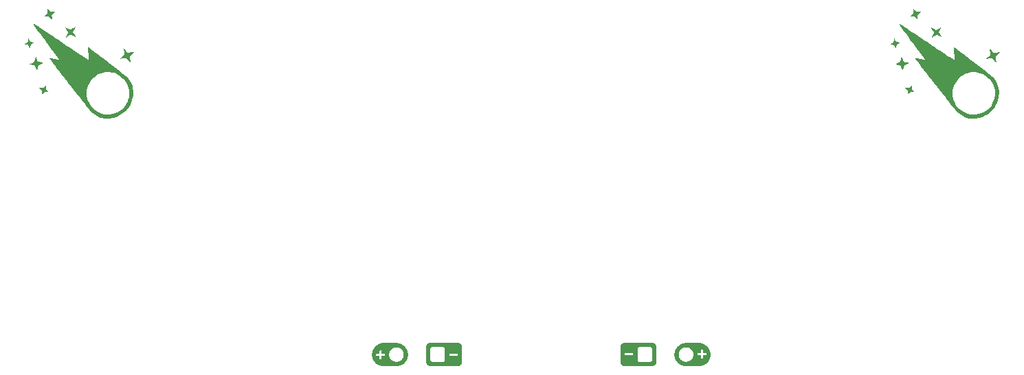
<source format=gbr>
%TF.GenerationSoftware,KiCad,Pcbnew,9.0.6*%
%TF.CreationDate,2025-12-03T13:22:53+03:00*%
%TF.ProjectId,KOMETA,4b4f4d45-5441-42e6-9b69-6361645f7063,rev?*%
%TF.SameCoordinates,Original*%
%TF.FileFunction,Legend,Top*%
%TF.FilePolarity,Positive*%
%FSLAX46Y46*%
G04 Gerber Fmt 4.6, Leading zero omitted, Abs format (unit mm)*
G04 Created by KiCad (PCBNEW 9.0.6) date 2025-12-03 13:22:53*
%MOMM*%
%LPD*%
G01*
G04 APERTURE LIST*
%ADD10C,0.000000*%
G04 APERTURE END LIST*
D10*
%TO.C,G\u002A\u002A\u002A*%
G36*
X146282886Y-140561116D02*
G01*
X146289506Y-140608712D01*
X146295029Y-140682888D01*
X146298404Y-140768890D01*
X146298674Y-140782728D01*
X146301406Y-140948066D01*
X146446979Y-141112716D01*
X146513847Y-141189639D01*
X146553214Y-141242912D01*
X146562522Y-141276950D01*
X146539213Y-141296172D01*
X146480730Y-141304994D01*
X146384516Y-141307831D01*
X146333738Y-141308289D01*
X146149639Y-141309742D01*
X145989419Y-141454412D01*
X145922364Y-141514154D01*
X145867089Y-141561890D01*
X145830417Y-141591816D01*
X145819268Y-141599083D01*
X145814000Y-141579843D01*
X145807359Y-141527708D01*
X145800263Y-141451052D01*
X145794668Y-141374541D01*
X145780000Y-141150000D01*
X145633278Y-140987031D01*
X145486556Y-140824063D01*
X145717409Y-140806346D01*
X145948263Y-140788629D01*
X146109047Y-140646736D01*
X146269831Y-140504842D01*
X146282886Y-140561116D01*
G37*
G36*
X146487615Y-131062500D02*
G01*
X146530876Y-131100510D01*
X146590744Y-131157023D01*
X146661143Y-131226448D01*
X146670656Y-131236033D01*
X146856230Y-131423479D01*
X147119746Y-131416871D01*
X147218634Y-131415183D01*
X147300599Y-131415290D01*
X147357899Y-131417070D01*
X147382792Y-131420402D01*
X147383252Y-131421028D01*
X147369387Y-131438787D01*
X147331502Y-131479605D01*
X147275158Y-131537664D01*
X147205912Y-131607150D01*
X147195598Y-131617367D01*
X147007952Y-131802941D01*
X147015352Y-132076781D01*
X147017297Y-132177724D01*
X147017426Y-132261894D01*
X147015841Y-132321697D01*
X147012643Y-132349538D01*
X147011687Y-132350622D01*
X146993765Y-132336825D01*
X146952599Y-132299086D01*
X146893981Y-132242879D01*
X146823705Y-132173678D01*
X146810311Y-132160311D01*
X146620000Y-131970000D01*
X146345438Y-131975729D01*
X146070876Y-131981458D01*
X146267215Y-131783283D01*
X146463553Y-131585107D01*
X146456272Y-131316847D01*
X146454865Y-131217022D01*
X146456178Y-131134044D01*
X146459903Y-131075582D01*
X146465731Y-131049308D01*
X146467036Y-131048587D01*
X146487615Y-131062500D01*
G37*
G36*
X144149074Y-134732325D02*
G01*
X144179081Y-134778236D01*
X144219787Y-134845850D01*
X144260493Y-134916909D01*
X144373520Y-135118414D01*
X144579405Y-135161372D01*
X144669355Y-135180506D01*
X144745912Y-135197466D01*
X144798825Y-135209945D01*
X144815598Y-135214531D01*
X144811836Y-135228068D01*
X144775449Y-135257255D01*
X144710686Y-135299065D01*
X144636424Y-135342308D01*
X144557755Y-135385814D01*
X144500774Y-135419097D01*
X144460815Y-135449645D01*
X144433213Y-135484943D01*
X144413304Y-135532478D01*
X144396422Y-135599736D01*
X144377904Y-135694203D01*
X144360615Y-135784931D01*
X144345729Y-135851450D01*
X144331498Y-135898080D01*
X144321744Y-135914101D01*
X144306705Y-135897179D01*
X144276458Y-135851279D01*
X144235603Y-135783703D01*
X144195263Y-135713409D01*
X144082604Y-135512716D01*
X143859878Y-135468293D01*
X143768859Y-135449380D01*
X143693685Y-135432329D01*
X143643115Y-135419219D01*
X143626113Y-135412831D01*
X143638493Y-135399124D01*
X143680494Y-135370367D01*
X143745268Y-135330966D01*
X143814396Y-135291689D01*
X143896927Y-135244134D01*
X143965979Y-135200665D01*
X144013309Y-135166702D01*
X144030000Y-135150000D01*
X144040618Y-135116887D01*
X144055883Y-135053622D01*
X144073358Y-134970777D01*
X144083734Y-134916909D01*
X144100768Y-134831898D01*
X144116599Y-134764612D01*
X144129050Y-134723721D01*
X144134326Y-134715403D01*
X144149074Y-134732325D01*
G37*
G36*
X155910063Y-135993988D02*
G01*
X155951973Y-136032936D01*
X156012779Y-136092007D01*
X156087546Y-136166420D01*
X156156601Y-136236337D01*
X156407990Y-136492731D01*
X156764580Y-136445600D01*
X156881052Y-136430700D01*
X156982602Y-136418650D01*
X157062444Y-136410178D01*
X157113795Y-136406013D01*
X157129935Y-136406364D01*
X157118607Y-136422415D01*
X157081774Y-136462133D01*
X157024024Y-136520846D01*
X156949943Y-136593883D01*
X156873221Y-136667881D01*
X156607743Y-136921503D01*
X156654559Y-137278915D01*
X156669240Y-137395620D01*
X156680904Y-137497499D01*
X156688865Y-137577751D01*
X156692440Y-137629571D01*
X156691551Y-137646151D01*
X156674937Y-137635127D01*
X156634981Y-137598446D01*
X156576437Y-137540770D01*
X156504055Y-137466761D01*
X156437222Y-137396640D01*
X156341458Y-137296557D01*
X156268543Y-137224211D01*
X156214360Y-137176017D01*
X156174789Y-137148388D01*
X156145711Y-137137737D01*
X156139368Y-137137306D01*
X156100412Y-137140082D01*
X156029362Y-137147716D01*
X155935035Y-137159166D01*
X155826250Y-137173393D01*
X155779744Y-137179756D01*
X155671982Y-137193889D01*
X155579304Y-137204524D01*
X155509127Y-137210929D01*
X155468869Y-137212372D01*
X155462355Y-137211091D01*
X155472847Y-137193917D01*
X155508811Y-137153089D01*
X155565713Y-137093379D01*
X155639017Y-137019561D01*
X155713754Y-136946469D01*
X155976268Y-136692961D01*
X155927510Y-136336452D01*
X155912415Y-136220825D01*
X155900735Y-136120848D01*
X155893124Y-136043079D01*
X155890234Y-135994077D01*
X155891983Y-135979942D01*
X155910063Y-135993988D01*
G37*
G36*
X145047710Y-136989148D02*
G01*
X145063055Y-137021339D01*
X145067904Y-137033117D01*
X145089665Y-137085271D01*
X145123233Y-137163980D01*
X145163770Y-137257966D01*
X145200627Y-137342661D01*
X145300000Y-137570000D01*
X145546167Y-137628792D01*
X145683764Y-137661752D01*
X145786015Y-137686668D01*
X145857802Y-137705013D01*
X145904003Y-137718258D01*
X145929498Y-137727876D01*
X145939167Y-137735338D01*
X145937890Y-137742115D01*
X145934467Y-137745909D01*
X145909934Y-137759937D01*
X145854403Y-137786682D01*
X145774992Y-137822867D01*
X145678816Y-137865211D01*
X145627741Y-137887210D01*
X145339144Y-138010615D01*
X145266065Y-138332808D01*
X145240570Y-138441743D01*
X145217261Y-138534934D01*
X145197951Y-138605614D01*
X145184454Y-138647013D01*
X145179701Y-138655015D01*
X145166715Y-138637242D01*
X145141273Y-138588877D01*
X145107086Y-138517372D01*
X145069039Y-138432856D01*
X145026991Y-138336360D01*
X144988041Y-138245968D01*
X144956998Y-138172902D01*
X144940734Y-138133577D01*
X144928709Y-138104362D01*
X144915546Y-138081793D01*
X144895530Y-138063561D01*
X144862945Y-138047354D01*
X144812076Y-138030861D01*
X144737209Y-138011769D01*
X144632630Y-137987769D01*
X144515732Y-137961700D01*
X144417898Y-137938958D01*
X144336555Y-137918240D01*
X144279207Y-137901595D01*
X144253359Y-137891068D01*
X144252627Y-137889922D01*
X144270623Y-137877759D01*
X144320370Y-137852596D01*
X144395511Y-137817437D01*
X144489686Y-137775286D01*
X144559355Y-137745019D01*
X144866082Y-137613286D01*
X144933626Y-137312636D01*
X144964028Y-137178965D01*
X144987537Y-137082064D01*
X145005906Y-137018282D01*
X145020889Y-136983969D01*
X145034239Y-136975474D01*
X145047710Y-136989148D01*
G37*
G36*
X149898981Y-133298865D02*
G01*
X149894036Y-133318398D01*
X149878987Y-133356099D01*
X149852142Y-133416752D01*
X149811805Y-133505141D01*
X149756281Y-133626050D01*
X149751346Y-133636804D01*
X149617630Y-133928261D01*
X149811222Y-134225820D01*
X149874678Y-134324117D01*
X149929425Y-134410381D01*
X149971776Y-134478685D01*
X149998046Y-134523102D01*
X150005008Y-134537442D01*
X149987493Y-134533618D01*
X149938801Y-134514274D01*
X149864906Y-134482006D01*
X149771784Y-134439410D01*
X149683893Y-134397938D01*
X149578114Y-134347701D01*
X149485572Y-134304355D01*
X149412572Y-134270806D01*
X149365418Y-134249956D01*
X149350512Y-134244371D01*
X149329679Y-134254802D01*
X149280356Y-134283532D01*
X149208952Y-134326711D01*
X149121876Y-134380492D01*
X149076771Y-134408707D01*
X148957011Y-134483333D01*
X148868087Y-134537110D01*
X148806302Y-134571899D01*
X148767956Y-134589561D01*
X148749349Y-134591958D01*
X148746783Y-134580950D01*
X148749315Y-134573467D01*
X148761770Y-134545180D01*
X148788200Y-134486604D01*
X148825305Y-134405005D01*
X148869787Y-134307645D01*
X148895122Y-134252365D01*
X149028940Y-133960686D01*
X148836296Y-133663828D01*
X148773756Y-133566148D01*
X148720784Y-133480898D01*
X148680855Y-133413877D01*
X148657441Y-133370885D01*
X148652948Y-133357677D01*
X148673718Y-133363009D01*
X148725458Y-133383608D01*
X148801911Y-133416773D01*
X148896821Y-133459807D01*
X148981121Y-133499191D01*
X149300000Y-133650000D01*
X149565632Y-133483175D01*
X149661324Y-133423684D01*
X149747077Y-133371500D01*
X149815687Y-133330922D01*
X149859946Y-133306252D01*
X149870152Y-133301426D01*
X149885345Y-133295163D01*
X149895519Y-133292714D01*
X149898981Y-133298865D01*
G37*
G36*
X144861694Y-132924680D02*
G01*
X144883165Y-132938498D01*
X144937237Y-132974266D01*
X145022222Y-133030850D01*
X145136431Y-133107118D01*
X145278177Y-133201937D01*
X145445772Y-133314176D01*
X145637526Y-133442700D01*
X145851753Y-133586379D01*
X146086763Y-133744079D01*
X146340868Y-133914667D01*
X146612380Y-134097011D01*
X146899612Y-134289978D01*
X147200874Y-134492436D01*
X147514478Y-134703253D01*
X147838737Y-134921295D01*
X148171962Y-135145430D01*
X148192784Y-135159437D01*
X148526270Y-135383717D01*
X148850781Y-135601832D01*
X149164638Y-135812659D01*
X149466161Y-136015073D01*
X149753671Y-136207952D01*
X150025489Y-136390173D01*
X150279935Y-136560612D01*
X150515330Y-136718147D01*
X150729996Y-136861654D01*
X150922252Y-136990009D01*
X151090419Y-137102090D01*
X151232818Y-137196774D01*
X151347770Y-137272936D01*
X151433595Y-137329455D01*
X151488615Y-137365206D01*
X151511150Y-137379067D01*
X151511467Y-137379188D01*
X151533251Y-137383220D01*
X151550274Y-137379506D01*
X151562517Y-137364435D01*
X151569962Y-137334397D01*
X151572591Y-137285779D01*
X151570384Y-137214969D01*
X151563324Y-137118358D01*
X151551392Y-136992332D01*
X151534569Y-136833280D01*
X151512837Y-136637591D01*
X151507424Y-136589514D01*
X151485598Y-136395138D01*
X151468270Y-136237742D01*
X151455189Y-136113243D01*
X151446107Y-136017559D01*
X151440775Y-135946609D01*
X151438943Y-135896310D01*
X151440363Y-135862581D01*
X151444786Y-135841340D01*
X151451962Y-135828504D01*
X151460513Y-135820805D01*
X151499491Y-135798993D01*
X151519151Y-135793937D01*
X151537838Y-135806333D01*
X151587349Y-135842558D01*
X151665800Y-135901174D01*
X151771304Y-135980742D01*
X151901977Y-136079821D01*
X152055932Y-136196971D01*
X152231284Y-136330755D01*
X152426148Y-136479731D01*
X152638638Y-136642460D01*
X152866868Y-136817503D01*
X153108952Y-137003420D01*
X153363007Y-137198771D01*
X153627144Y-137402117D01*
X153804094Y-137538473D01*
X154190594Y-137836732D01*
X154544089Y-138110182D01*
X154864614Y-138358848D01*
X155152205Y-138582758D01*
X155406895Y-138781939D01*
X155628720Y-138956420D01*
X155817714Y-139106226D01*
X155973913Y-139231387D01*
X156097351Y-139331929D01*
X156188062Y-139407879D01*
X156246083Y-139459265D01*
X156255469Y-139468262D01*
X156472284Y-139709934D01*
X156655934Y-139974158D01*
X156805467Y-140257585D01*
X156919929Y-140556867D01*
X156998369Y-140868655D01*
X157039835Y-141189598D01*
X157043372Y-141516349D01*
X157008030Y-141845559D01*
X156976758Y-142004434D01*
X156891050Y-142333913D01*
X156789571Y-142630134D01*
X156669089Y-142899225D01*
X156526372Y-143147313D01*
X156358187Y-143380527D01*
X156161302Y-143604995D01*
X156098852Y-143668852D01*
X155870176Y-143879783D01*
X155636451Y-144058126D01*
X155390229Y-144208105D01*
X155124064Y-144333945D01*
X154830509Y-144439872D01*
X154644692Y-144493869D01*
X154423075Y-144546057D01*
X154200026Y-144584906D01*
X153984467Y-144609499D01*
X153785323Y-144618920D01*
X153611517Y-144612253D01*
X153556077Y-144605623D01*
X153510408Y-144598944D01*
X153438719Y-144588488D01*
X153355894Y-144576425D01*
X153349405Y-144575480D01*
X153078249Y-144517132D01*
X152804492Y-144422446D01*
X152535455Y-144295212D01*
X152278461Y-144139216D01*
X152040830Y-143958248D01*
X151893249Y-143822069D01*
X151862587Y-143787833D01*
X151808886Y-143723732D01*
X151733620Y-143631656D01*
X151638261Y-143513495D01*
X151524282Y-143371137D01*
X151393156Y-143206473D01*
X151246356Y-143021392D01*
X151085355Y-142817783D01*
X150911625Y-142597537D01*
X150726640Y-142362542D01*
X150531872Y-142114687D01*
X150328795Y-141855864D01*
X150118880Y-141587960D01*
X150040462Y-141487754D01*
X151303352Y-141487754D01*
X151323211Y-141812574D01*
X151381356Y-142126388D01*
X151475632Y-142426612D01*
X151603889Y-142710665D01*
X151763974Y-142975965D01*
X151953734Y-143219930D01*
X152171018Y-143439978D01*
X152413673Y-143633527D01*
X152679548Y-143797995D01*
X152966489Y-143930800D01*
X153272344Y-144029361D01*
X153455346Y-144069415D01*
X153587471Y-144091531D01*
X153707100Y-144106400D01*
X153837963Y-144116817D01*
X153877997Y-144119212D01*
X153924715Y-144118661D01*
X154000801Y-144114326D01*
X154094544Y-144106978D01*
X154167337Y-144100162D01*
X154493972Y-144049294D01*
X154798808Y-143963826D01*
X155084387Y-143842564D01*
X155353253Y-143684315D01*
X155607949Y-143487884D01*
X155748004Y-143358136D01*
X155937072Y-143157965D01*
X156092954Y-142960226D01*
X156221959Y-142755153D01*
X156330395Y-142532978D01*
X156405013Y-142340790D01*
X156463003Y-142157512D01*
X156503302Y-141981603D01*
X156528077Y-141799460D01*
X156539494Y-141597479D01*
X156540868Y-141487754D01*
X156522023Y-141154134D01*
X156464761Y-140835759D01*
X156369146Y-140532781D01*
X156235237Y-140245355D01*
X156063098Y-139973634D01*
X155852791Y-139717770D01*
X155807426Y-139669828D01*
X155560736Y-139442678D01*
X155296623Y-139252925D01*
X155015806Y-139100877D01*
X154719005Y-138986839D01*
X154406939Y-138911118D01*
X154080329Y-138874020D01*
X153928087Y-138870008D01*
X153616101Y-138885531D01*
X153324022Y-138933467D01*
X153043874Y-139015713D01*
X152767683Y-139134169D01*
X152722796Y-139156884D01*
X152441959Y-139324527D01*
X152187765Y-139522275D01*
X151961988Y-139747213D01*
X151766401Y-139996429D01*
X151602778Y-140267009D01*
X151472893Y-140556042D01*
X151378520Y-140860614D01*
X151321433Y-141177813D01*
X151303352Y-141487754D01*
X150040462Y-141487754D01*
X149903602Y-141312867D01*
X149684432Y-141032472D01*
X149462845Y-140748666D01*
X149240311Y-140463337D01*
X149018306Y-140178377D01*
X148798301Y-139895674D01*
X148581768Y-139617117D01*
X148370183Y-139344597D01*
X148165016Y-139080002D01*
X147967741Y-138825223D01*
X147779831Y-138582148D01*
X147602758Y-138352667D01*
X147437996Y-138138671D01*
X147287017Y-137942047D01*
X147151295Y-137764687D01*
X147032302Y-137608479D01*
X146931511Y-137475312D01*
X146850394Y-137367077D01*
X146790426Y-137285663D01*
X146753078Y-137232959D01*
X146739827Y-137210877D01*
X146738484Y-137179828D01*
X146746145Y-137157300D01*
X146766838Y-137143512D01*
X146804588Y-137138680D01*
X146863421Y-137143022D01*
X146947365Y-137156757D01*
X147060446Y-137180103D01*
X147206691Y-137213278D01*
X147333203Y-137242998D01*
X147500319Y-137282045D01*
X147631452Y-137311402D01*
X147730623Y-137331794D01*
X147801849Y-137343945D01*
X147849149Y-137348580D01*
X147876543Y-137346423D01*
X147884767Y-137342453D01*
X147909725Y-137312701D01*
X147913929Y-137299591D01*
X147901781Y-137281043D01*
X147866312Y-137231388D01*
X147808986Y-137152602D01*
X147731266Y-137046658D01*
X147634614Y-136915529D01*
X147520495Y-136761191D01*
X147390371Y-136585616D01*
X147245707Y-136390779D01*
X147087963Y-136178654D01*
X146918606Y-135951214D01*
X146739096Y-135710434D01*
X146550898Y-135458288D01*
X146355476Y-135196750D01*
X146320879Y-135150479D01*
X146083170Y-134832432D01*
X145869228Y-134545840D01*
X145677929Y-134289158D01*
X145508151Y-134060839D01*
X145358772Y-133859339D01*
X145228670Y-133683111D01*
X145116721Y-133530609D01*
X145021803Y-133400287D01*
X144942794Y-133290599D01*
X144878572Y-133200001D01*
X144828013Y-133126945D01*
X144789995Y-133069886D01*
X144763397Y-133027278D01*
X144747094Y-132997576D01*
X144739965Y-132979232D01*
X144739659Y-132972890D01*
X144768086Y-132924476D01*
X144816062Y-132910366D01*
X144861694Y-132924680D01*
G37*
%TO.C,PW_R1*%
G36*
X221492500Y-174649583D02*
G01*
X221491811Y-174676814D01*
X221489768Y-174703688D01*
X221486403Y-174730170D01*
X221481749Y-174756229D01*
X221475840Y-174781830D01*
X221468710Y-174806941D01*
X221460390Y-174831528D01*
X221450915Y-174855559D01*
X221440318Y-174878999D01*
X221428632Y-174901815D01*
X221415891Y-174923975D01*
X221402127Y-174945445D01*
X221387373Y-174966192D01*
X221371664Y-174986182D01*
X221355032Y-175005383D01*
X221337511Y-175023761D01*
X221319133Y-175041282D01*
X221299932Y-175057914D01*
X221279942Y-175073623D01*
X221259195Y-175088377D01*
X221237725Y-175102141D01*
X221215565Y-175114882D01*
X221192749Y-175126568D01*
X221169309Y-175137165D01*
X221145278Y-175146640D01*
X221120691Y-175154960D01*
X221095580Y-175162090D01*
X221069979Y-175167999D01*
X221043920Y-175172653D01*
X221017438Y-175176018D01*
X220990564Y-175178061D01*
X220963333Y-175178750D01*
X217576667Y-175178750D01*
X217549436Y-175178061D01*
X217522563Y-175176018D01*
X217496081Y-175172653D01*
X217470022Y-175167999D01*
X217444421Y-175162090D01*
X217419310Y-175154960D01*
X217394723Y-175146640D01*
X217370692Y-175137165D01*
X217347252Y-175126568D01*
X217324436Y-175114882D01*
X217302276Y-175102141D01*
X217280806Y-175088377D01*
X217260059Y-175073623D01*
X217240069Y-175057914D01*
X217220868Y-175041282D01*
X217202491Y-175023761D01*
X217184969Y-175005383D01*
X217168337Y-174986182D01*
X217152628Y-174966192D01*
X217137874Y-174945445D01*
X217124110Y-174923975D01*
X217111368Y-174901815D01*
X217099682Y-174878999D01*
X217089085Y-174855559D01*
X217079610Y-174831528D01*
X217071291Y-174806941D01*
X217064160Y-174781830D01*
X217058251Y-174756229D01*
X217053598Y-174730170D01*
X217050232Y-174703688D01*
X217048189Y-174676814D01*
X217047500Y-174649583D01*
X217047500Y-173634240D01*
X217576667Y-173634240D01*
X217576667Y-173759927D01*
X217576722Y-173762260D01*
X217576885Y-173764539D01*
X217577155Y-173766764D01*
X217577532Y-173768936D01*
X217578016Y-173771055D01*
X217578608Y-173773119D01*
X217579306Y-173775131D01*
X217580112Y-173777088D01*
X217581025Y-173778992D01*
X217582045Y-173780843D01*
X217583172Y-173782639D01*
X217584406Y-173784383D01*
X217585747Y-173786072D01*
X217587196Y-173787708D01*
X217588752Y-173789291D01*
X217590415Y-173790820D01*
X217592405Y-173792280D01*
X217594442Y-173793646D01*
X217596526Y-173794919D01*
X217598656Y-173796099D01*
X217600834Y-173797185D01*
X217603058Y-173798178D01*
X217605328Y-173799076D01*
X217607644Y-173799881D01*
X217610007Y-173800591D01*
X217612415Y-173801207D01*
X217614870Y-173801729D01*
X217617370Y-173802156D01*
X217619916Y-173802489D01*
X217622507Y-173802726D01*
X217625144Y-173802869D01*
X217627826Y-173802917D01*
X218585809Y-173802917D01*
X218588483Y-173802869D01*
X218591097Y-173802726D01*
X218593650Y-173802489D01*
X218596142Y-173802156D01*
X218598573Y-173801729D01*
X218600943Y-173801207D01*
X218603252Y-173800591D01*
X218605499Y-173799881D01*
X218607685Y-173799076D01*
X218609809Y-173798178D01*
X218611871Y-173797185D01*
X218613872Y-173796099D01*
X218615810Y-173794919D01*
X218617687Y-173793646D01*
X218619501Y-173792280D01*
X218621252Y-173790820D01*
X218622915Y-173789291D01*
X218624471Y-173787708D01*
X218625920Y-173786072D01*
X218627261Y-173784383D01*
X218628495Y-173782639D01*
X218629623Y-173780843D01*
X218630642Y-173778992D01*
X218631555Y-173777088D01*
X218632361Y-173775131D01*
X218633059Y-173773119D01*
X218633651Y-173771055D01*
X218634135Y-173768936D01*
X218634512Y-173766764D01*
X218634782Y-173764539D01*
X218634945Y-173762260D01*
X218635000Y-173759927D01*
X218635000Y-173634240D01*
X218634945Y-173631907D01*
X218634782Y-173629628D01*
X218634512Y-173627402D01*
X218634135Y-173625231D01*
X218633651Y-173623112D01*
X218633059Y-173621047D01*
X218632361Y-173619036D01*
X218631555Y-173617079D01*
X218630642Y-173615175D01*
X218629623Y-173613324D01*
X218628495Y-173611527D01*
X218627261Y-173609784D01*
X218625920Y-173608094D01*
X218624471Y-173606458D01*
X218622915Y-173604876D01*
X218621252Y-173603347D01*
X218619501Y-173601887D01*
X218617687Y-173600521D01*
X218615810Y-173599248D01*
X218613872Y-173598068D01*
X218611871Y-173596982D01*
X218609809Y-173595989D01*
X218607685Y-173595091D01*
X218605499Y-173594286D01*
X218603252Y-173593576D01*
X218600943Y-173592960D01*
X218598573Y-173592438D01*
X218596142Y-173592011D01*
X218593650Y-173591678D01*
X218591097Y-173591440D01*
X218588483Y-173591298D01*
X218585809Y-173591250D01*
X217627826Y-173591250D01*
X217625144Y-173591298D01*
X217622507Y-173591440D01*
X217619916Y-173591678D01*
X217617370Y-173592011D01*
X217614870Y-173592438D01*
X217612415Y-173592960D01*
X217610007Y-173593576D01*
X217607644Y-173594286D01*
X217605328Y-173595091D01*
X217603058Y-173595989D01*
X217600834Y-173596982D01*
X217598656Y-173598068D01*
X217596526Y-173599248D01*
X217594442Y-173600521D01*
X217592405Y-173601887D01*
X217590415Y-173603347D01*
X217588752Y-173604876D01*
X217587196Y-173606458D01*
X217585747Y-173608094D01*
X217584406Y-173609784D01*
X217583172Y-173611527D01*
X217582045Y-173613324D01*
X217581025Y-173615175D01*
X217580112Y-173617079D01*
X217579306Y-173619036D01*
X217578608Y-173621047D01*
X217578016Y-173623112D01*
X217577532Y-173625231D01*
X217577155Y-173627402D01*
X217576885Y-173629628D01*
X217576722Y-173631907D01*
X217576667Y-173634240D01*
X217047500Y-173634240D01*
X217047500Y-173079019D01*
X219164259Y-173079019D01*
X219164361Y-173112551D01*
X219165712Y-173177526D01*
X219165712Y-173759927D01*
X219165712Y-174366293D01*
X219165263Y-174399096D01*
X219165023Y-174415671D01*
X219165058Y-174432274D01*
X219165583Y-174448840D01*
X219166095Y-174457088D01*
X219166810Y-174465303D01*
X219167755Y-174473475D01*
X219168955Y-174481596D01*
X219170438Y-174489659D01*
X219172231Y-174497654D01*
X219175139Y-174508034D01*
X219178699Y-174518239D01*
X219182884Y-174528243D01*
X219187666Y-174538022D01*
X219193017Y-174547550D01*
X219198910Y-174556801D01*
X219205316Y-174565750D01*
X219212207Y-174574371D01*
X219219556Y-174582640D01*
X219227335Y-174590530D01*
X219235516Y-174598016D01*
X219244071Y-174605073D01*
X219252972Y-174611675D01*
X219262191Y-174617797D01*
X219271700Y-174623414D01*
X219281472Y-174628499D01*
X219290891Y-174632715D01*
X219300478Y-174636328D01*
X219310218Y-174639384D01*
X219320092Y-174641928D01*
X219330084Y-174644006D01*
X219340176Y-174645663D01*
X219350353Y-174646946D01*
X219360596Y-174647900D01*
X219370889Y-174648571D01*
X219381215Y-174649004D01*
X219401898Y-174649339D01*
X219442911Y-174649170D01*
X220681180Y-174649170D01*
X220722074Y-174649559D01*
X220742667Y-174649480D01*
X220752950Y-174649207D01*
X220763205Y-174648716D01*
X220773417Y-174647960D01*
X220783573Y-174646891D01*
X220793658Y-174645464D01*
X220803657Y-174643630D01*
X220813557Y-174641342D01*
X220823342Y-174638555D01*
X220832999Y-174635220D01*
X220842514Y-174631290D01*
X220847782Y-174628809D01*
X220852963Y-174626146D01*
X220858055Y-174623311D01*
X220863057Y-174620314D01*
X220867969Y-174617163D01*
X220872789Y-174613869D01*
X220877515Y-174610440D01*
X220882148Y-174606886D01*
X220886685Y-174603216D01*
X220891126Y-174599440D01*
X220895470Y-174595566D01*
X220899715Y-174591604D01*
X220903860Y-174587564D01*
X220907905Y-174583455D01*
X220911847Y-174579286D01*
X220915687Y-174575066D01*
X220921172Y-174568583D01*
X220926230Y-174561916D01*
X220930879Y-174555072D01*
X220935134Y-174548063D01*
X220939013Y-174540897D01*
X220942531Y-174533584D01*
X220948554Y-174518552D01*
X220953335Y-174503044D01*
X220957006Y-174487135D01*
X220959699Y-174470898D01*
X220961548Y-174454411D01*
X220962683Y-174437747D01*
X220963238Y-174420982D01*
X220963135Y-174387448D01*
X220961783Y-174322472D01*
X220961783Y-173133711D01*
X220962232Y-173100908D01*
X220962473Y-173084332D01*
X220962438Y-173067728D01*
X220961915Y-173051162D01*
X220961403Y-173042913D01*
X220960689Y-173034698D01*
X220959746Y-173026525D01*
X220958546Y-173018402D01*
X220957064Y-173010338D01*
X220955272Y-173002340D01*
X220952365Y-172991962D01*
X220948805Y-172981758D01*
X220944620Y-172971754D01*
X220939838Y-172961976D01*
X220934487Y-172952449D01*
X220928594Y-172943198D01*
X220922188Y-172934250D01*
X220915297Y-172925629D01*
X220907947Y-172917360D01*
X220900168Y-172909470D01*
X220891987Y-172901984D01*
X220883432Y-172894927D01*
X220874530Y-172888324D01*
X220865311Y-172882202D01*
X220855800Y-172876585D01*
X220846028Y-172871499D01*
X220836610Y-172867283D01*
X220827023Y-172863671D01*
X220817284Y-172860615D01*
X220807411Y-172858072D01*
X220797419Y-172855994D01*
X220787326Y-172854336D01*
X220777150Y-172853053D01*
X220766906Y-172852100D01*
X220756613Y-172851429D01*
X220746286Y-172850996D01*
X220725603Y-172850660D01*
X220684591Y-172850830D01*
X219437121Y-172850830D01*
X219398430Y-172850448D01*
X219379007Y-172850679D01*
X219369318Y-172851038D01*
X219359661Y-172851613D01*
X219350047Y-172852442D01*
X219340489Y-172853567D01*
X219330998Y-172855025D01*
X219321588Y-172856857D01*
X219312269Y-172859103D01*
X219303054Y-172861801D01*
X219293956Y-172864992D01*
X219284986Y-172868715D01*
X219279717Y-172871196D01*
X219274536Y-172873858D01*
X219269444Y-172876692D01*
X219264441Y-172879689D01*
X219259530Y-172882838D01*
X219254710Y-172886132D01*
X219249984Y-172889560D01*
X219245351Y-172893114D01*
X219240814Y-172896783D01*
X219236374Y-172900559D01*
X219232030Y-172904433D01*
X219227785Y-172908394D01*
X219223640Y-172912434D01*
X219219596Y-172916544D01*
X219215653Y-172920714D01*
X219211813Y-172924934D01*
X219206328Y-172931417D01*
X219201270Y-172938085D01*
X219196622Y-172944929D01*
X219192366Y-172951938D01*
X219188488Y-172959105D01*
X219184969Y-172966418D01*
X219178946Y-172981450D01*
X219174165Y-172996958D01*
X219170493Y-173012867D01*
X219167799Y-173029103D01*
X219165950Y-173045591D01*
X219164814Y-173062254D01*
X219164259Y-173079019D01*
X217047500Y-173079019D01*
X217047500Y-172850417D01*
X217048189Y-172823186D01*
X217050232Y-172796313D01*
X217053598Y-172769830D01*
X217058251Y-172743772D01*
X217064160Y-172718171D01*
X217071291Y-172693060D01*
X217079610Y-172668472D01*
X217089085Y-172644442D01*
X217099682Y-172621002D01*
X217111368Y-172598186D01*
X217124110Y-172576026D01*
X217137874Y-172554556D01*
X217152628Y-172533809D01*
X217168337Y-172513819D01*
X217184969Y-172494618D01*
X217202491Y-172476240D01*
X217220868Y-172458719D01*
X217240069Y-172442087D01*
X217260059Y-172426378D01*
X217280806Y-172411624D01*
X217302276Y-172397860D01*
X217324436Y-172385118D01*
X217347252Y-172373432D01*
X217370692Y-172362835D01*
X217394723Y-172353360D01*
X217419310Y-172345041D01*
X217444421Y-172337910D01*
X217470022Y-172332001D01*
X217496081Y-172327347D01*
X217522563Y-172323982D01*
X217549436Y-172321939D01*
X217576667Y-172321250D01*
X220963333Y-172321250D01*
X220990564Y-172321939D01*
X221017438Y-172323982D01*
X221043920Y-172327347D01*
X221069979Y-172332001D01*
X221095580Y-172337910D01*
X221120691Y-172345041D01*
X221145278Y-172353360D01*
X221169309Y-172362835D01*
X221192749Y-172373432D01*
X221215565Y-172385118D01*
X221237725Y-172397860D01*
X221259195Y-172411624D01*
X221279942Y-172426378D01*
X221299932Y-172442087D01*
X221319133Y-172458719D01*
X221337511Y-172476240D01*
X221355032Y-172494618D01*
X221371664Y-172513819D01*
X221387373Y-172533809D01*
X221402127Y-172554556D01*
X221415891Y-172576026D01*
X221428632Y-172598186D01*
X221440318Y-172621002D01*
X221450915Y-172644442D01*
X221460390Y-172668472D01*
X221468710Y-172693060D01*
X221475840Y-172718171D01*
X221481749Y-172743772D01*
X221486403Y-172769830D01*
X221489768Y-172796313D01*
X221491811Y-172823186D01*
X221492500Y-172850417D01*
X221492500Y-174420982D01*
X221492500Y-174649583D01*
G37*
G36*
X228156883Y-173822870D02*
G01*
X228151366Y-173895428D01*
X228142280Y-173966931D01*
X228129715Y-174037290D01*
X228113761Y-174106414D01*
X228094508Y-174174213D01*
X228072046Y-174240599D01*
X228046464Y-174305481D01*
X228017852Y-174368769D01*
X227986300Y-174430374D01*
X227951897Y-174490206D01*
X227914734Y-174548175D01*
X227874900Y-174604191D01*
X227832485Y-174658165D01*
X227787579Y-174710006D01*
X227740271Y-174759626D01*
X227690651Y-174806934D01*
X227638810Y-174851840D01*
X227584836Y-174894255D01*
X227528820Y-174934089D01*
X227470851Y-174971252D01*
X227411019Y-175005655D01*
X227349414Y-175037207D01*
X227286126Y-175065819D01*
X227221244Y-175091401D01*
X227154858Y-175113863D01*
X227087059Y-175133116D01*
X227017935Y-175149070D01*
X226947576Y-175161635D01*
X226876073Y-175170721D01*
X226803515Y-175176238D01*
X226729992Y-175178097D01*
X225142492Y-175178097D01*
X225068969Y-175176238D01*
X224996412Y-175170721D01*
X224924909Y-175161635D01*
X224854551Y-175149070D01*
X224785427Y-175133116D01*
X224717627Y-175113863D01*
X224651242Y-175091401D01*
X224586360Y-175065819D01*
X224523072Y-175037207D01*
X224461467Y-175005654D01*
X224401635Y-174971252D01*
X224343667Y-174934089D01*
X224287650Y-174894255D01*
X224233677Y-174851840D01*
X224181835Y-174806933D01*
X224132215Y-174759626D01*
X224084907Y-174710006D01*
X224040001Y-174658164D01*
X223997586Y-174604191D01*
X223957752Y-174548175D01*
X223920588Y-174490206D01*
X223886186Y-174430374D01*
X223854633Y-174368769D01*
X223826021Y-174305481D01*
X223800439Y-174240599D01*
X223777976Y-174174213D01*
X223758723Y-174106414D01*
X223742770Y-174037290D01*
X223730205Y-173966931D01*
X223721119Y-173895428D01*
X223715601Y-173822870D01*
X223713742Y-173749347D01*
X224242909Y-173749347D01*
X224244079Y-173795639D01*
X224247553Y-173841324D01*
X224253274Y-173886345D01*
X224261185Y-173930644D01*
X224271230Y-173974167D01*
X224283352Y-174016856D01*
X224297495Y-174058654D01*
X224313603Y-174099505D01*
X224331618Y-174139354D01*
X224351484Y-174178142D01*
X224373145Y-174215814D01*
X224396544Y-174252313D01*
X224421625Y-174287582D01*
X224448331Y-174321566D01*
X224476605Y-174354207D01*
X224506391Y-174385448D01*
X224537633Y-174415235D01*
X224570275Y-174443509D01*
X224604258Y-174470215D01*
X224639528Y-174495296D01*
X224676026Y-174518695D01*
X224713698Y-174540355D01*
X224752487Y-174560222D01*
X224792335Y-174578237D01*
X224833186Y-174594344D01*
X224874984Y-174608487D01*
X224917673Y-174620609D01*
X224961195Y-174630654D01*
X225005495Y-174638565D01*
X225050515Y-174644286D01*
X225096200Y-174647760D01*
X225142492Y-174648930D01*
X225188784Y-174647760D01*
X225234469Y-174644286D01*
X225279489Y-174638565D01*
X225323789Y-174630654D01*
X225367311Y-174620609D01*
X225410000Y-174608487D01*
X225451798Y-174594344D01*
X225492650Y-174578237D01*
X225532498Y-174560222D01*
X225571286Y-174540355D01*
X225608958Y-174518695D01*
X225645457Y-174495296D01*
X225680726Y-174470215D01*
X225714710Y-174443509D01*
X225747351Y-174415235D01*
X225778593Y-174385448D01*
X225808379Y-174354207D01*
X225836654Y-174321566D01*
X225863359Y-174287582D01*
X225888440Y-174252313D01*
X225911839Y-174215814D01*
X225933500Y-174178142D01*
X225953366Y-174139354D01*
X225971381Y-174099505D01*
X225987489Y-174058654D01*
X226001632Y-174016856D01*
X226013754Y-173974167D01*
X226023799Y-173930644D01*
X226031710Y-173886345D01*
X226037431Y-173841324D01*
X226040905Y-173795639D01*
X226041709Y-173763814D01*
X226571242Y-173763814D01*
X226571296Y-173766506D01*
X226571457Y-173769137D01*
X226571725Y-173771705D01*
X226572101Y-173774212D01*
X226572585Y-173776657D01*
X226573175Y-173779041D01*
X226573873Y-173781363D01*
X226574679Y-173783623D01*
X226575592Y-173785821D01*
X226576612Y-173787957D01*
X226577740Y-173790031D01*
X226578975Y-173792043D01*
X226580318Y-173793993D01*
X226581768Y-173795881D01*
X226583325Y-173797706D01*
X226584990Y-173799470D01*
X226586741Y-173801150D01*
X226588556Y-173802721D01*
X226590432Y-173804183D01*
X226592370Y-173805537D01*
X226594371Y-173806782D01*
X226596433Y-173807918D01*
X226598557Y-173808946D01*
X226600743Y-173809865D01*
X226602990Y-173810676D01*
X226605299Y-173811379D01*
X226607669Y-173811973D01*
X226610100Y-173812459D01*
X226612592Y-173812838D01*
X226615145Y-173813107D01*
X226617759Y-173813269D01*
X226620433Y-173813323D01*
X226968636Y-173813323D01*
X226968636Y-174176091D01*
X226968699Y-174178782D01*
X226968884Y-174181412D01*
X226969191Y-174183980D01*
X226969621Y-174186487D01*
X226970173Y-174188932D01*
X226970847Y-174191316D01*
X226971644Y-174193637D01*
X226972563Y-174195898D01*
X226973606Y-174198096D01*
X226974770Y-174200232D01*
X226976058Y-174202307D01*
X226977469Y-174204319D01*
X226979002Y-174206270D01*
X226980659Y-174208158D01*
X226982438Y-174209984D01*
X226984341Y-174211748D01*
X226986086Y-174213426D01*
X226987877Y-174214996D01*
X226989716Y-174216457D01*
X226991602Y-174217810D01*
X226993535Y-174219055D01*
X226995514Y-174220191D01*
X226997540Y-174221219D01*
X226999612Y-174222138D01*
X227001730Y-174222949D01*
X227003893Y-174223652D01*
X227006103Y-174224246D01*
X227008358Y-174224733D01*
X227010658Y-174225111D01*
X227013003Y-174225381D01*
X227015393Y-174225543D01*
X227017827Y-174225597D01*
X227179060Y-174225597D01*
X227181734Y-174225543D01*
X227184347Y-174225381D01*
X227186900Y-174225111D01*
X227189392Y-174224733D01*
X227191824Y-174224246D01*
X227194194Y-174223652D01*
X227196503Y-174222949D01*
X227198751Y-174222138D01*
X227200938Y-174221219D01*
X227203063Y-174220191D01*
X227205126Y-174219055D01*
X227207127Y-174217811D01*
X227209066Y-174216458D01*
X227210943Y-174214996D01*
X227212758Y-174213426D01*
X227214510Y-174211748D01*
X227216175Y-174209984D01*
X227217733Y-174208158D01*
X227219183Y-174206270D01*
X227220526Y-174204319D01*
X227221760Y-174202307D01*
X227222887Y-174200232D01*
X227223907Y-174198096D01*
X227224819Y-174195898D01*
X227225624Y-174193637D01*
X227226321Y-174191316D01*
X227226912Y-174188932D01*
X227227395Y-174186487D01*
X227227771Y-174183980D01*
X227228039Y-174181412D01*
X227228201Y-174178782D01*
X227228256Y-174176091D01*
X227228256Y-173813323D01*
X227578416Y-173813323D01*
X227581098Y-173813269D01*
X227583735Y-173813107D01*
X227586326Y-173812838D01*
X227588872Y-173812459D01*
X227591372Y-173811973D01*
X227593827Y-173811379D01*
X227596235Y-173810676D01*
X227598598Y-173809865D01*
X227600914Y-173808946D01*
X227603185Y-173807918D01*
X227605408Y-173806782D01*
X227607586Y-173805537D01*
X227609717Y-173804183D01*
X227611801Y-173802721D01*
X227613839Y-173801150D01*
X227615830Y-173799470D01*
X227617495Y-173797706D01*
X227619052Y-173795881D01*
X227620502Y-173793993D01*
X227621844Y-173792043D01*
X227623080Y-173790031D01*
X227624207Y-173787957D01*
X227625227Y-173785821D01*
X227626140Y-173783623D01*
X227626945Y-173781363D01*
X227627643Y-173779041D01*
X227628234Y-173776657D01*
X227628717Y-173774212D01*
X227629092Y-173771705D01*
X227629361Y-173769137D01*
X227629522Y-173766506D01*
X227629575Y-173763814D01*
X227629575Y-173619119D01*
X227629521Y-173616427D01*
X227629360Y-173613798D01*
X227629091Y-173611229D01*
X227628715Y-173608723D01*
X227628232Y-173606278D01*
X227627642Y-173603896D01*
X227626944Y-173601574D01*
X227626139Y-173599315D01*
X227625227Y-173597118D01*
X227624207Y-173594982D01*
X227623079Y-173592908D01*
X227621844Y-173590895D01*
X227620502Y-173588945D01*
X227619052Y-173587056D01*
X227617495Y-173585229D01*
X227615830Y-173583464D01*
X227613839Y-173581784D01*
X227611801Y-173580213D01*
X227609717Y-173578752D01*
X227607586Y-173577399D01*
X227605408Y-173576154D01*
X227603185Y-173575019D01*
X227600914Y-173573992D01*
X227598598Y-173573074D01*
X227596235Y-173572264D01*
X227593827Y-173571562D01*
X227591372Y-173570969D01*
X227588872Y-173570483D01*
X227586326Y-173570106D01*
X227583735Y-173569836D01*
X227581098Y-173569675D01*
X227578416Y-173569621D01*
X227228256Y-173569621D01*
X227228256Y-173216773D01*
X227228201Y-173214081D01*
X227228039Y-173211451D01*
X227227771Y-173208882D01*
X227227395Y-173206375D01*
X227226912Y-173203930D01*
X227226321Y-173201546D01*
X227225624Y-173199225D01*
X227224819Y-173196965D01*
X227223907Y-173194767D01*
X227222887Y-173192631D01*
X227221760Y-173190556D01*
X227220526Y-173188544D01*
X227219183Y-173186594D01*
X227217733Y-173184707D01*
X227216175Y-173182881D01*
X227214510Y-173181117D01*
X227212758Y-173179437D01*
X227210943Y-173177866D01*
X227209066Y-173176404D01*
X227207127Y-173175050D01*
X227205126Y-173173806D01*
X227203063Y-173172669D01*
X227200938Y-173171641D01*
X227198751Y-173170722D01*
X227196503Y-173169911D01*
X227194194Y-173169208D01*
X227191824Y-173168614D01*
X227189392Y-173168128D01*
X227186900Y-173167750D01*
X227184347Y-173167480D01*
X227181734Y-173167318D01*
X227179060Y-173167264D01*
X227017827Y-173167264D01*
X227015393Y-173167318D01*
X227013003Y-173167480D01*
X227010658Y-173167750D01*
X227008358Y-173168128D01*
X227006103Y-173168614D01*
X227003893Y-173169208D01*
X227001730Y-173169911D01*
X226999612Y-173170722D01*
X226997540Y-173171641D01*
X226995514Y-173172669D01*
X226993535Y-173173806D01*
X226991602Y-173175050D01*
X226989716Y-173176404D01*
X226987877Y-173177866D01*
X226986086Y-173179437D01*
X226984341Y-173181117D01*
X226982438Y-173182881D01*
X226980659Y-173184707D01*
X226979002Y-173186594D01*
X226977469Y-173188544D01*
X226976058Y-173190556D01*
X226974770Y-173192631D01*
X226973606Y-173194767D01*
X226972563Y-173196965D01*
X226971644Y-173199225D01*
X226970847Y-173201546D01*
X226970173Y-173203930D01*
X226969621Y-173206375D01*
X226969191Y-173208882D01*
X226968884Y-173211451D01*
X226968699Y-173214081D01*
X226968636Y-173216773D01*
X226968636Y-173569621D01*
X226620433Y-173569621D01*
X226617759Y-173569675D01*
X226615145Y-173569836D01*
X226612592Y-173570106D01*
X226610100Y-173570483D01*
X226607669Y-173570969D01*
X226605299Y-173571562D01*
X226602990Y-173572264D01*
X226600743Y-173573074D01*
X226598557Y-173573992D01*
X226596433Y-173575019D01*
X226594371Y-173576154D01*
X226592370Y-173577399D01*
X226590432Y-173578752D01*
X226588556Y-173580213D01*
X226586741Y-173581784D01*
X226584990Y-173583464D01*
X226583325Y-173585229D01*
X226581768Y-173587056D01*
X226580318Y-173588945D01*
X226578975Y-173590895D01*
X226577740Y-173592908D01*
X226576612Y-173594982D01*
X226575592Y-173597118D01*
X226574679Y-173599315D01*
X226573873Y-173601574D01*
X226573175Y-173603896D01*
X226572585Y-173606278D01*
X226572101Y-173608723D01*
X226571725Y-173611229D01*
X226571457Y-173613798D01*
X226571296Y-173616427D01*
X226571242Y-173619119D01*
X226571242Y-173749347D01*
X226571242Y-173763814D01*
X226041709Y-173763814D01*
X226042075Y-173749347D01*
X226040905Y-173703055D01*
X226037431Y-173657370D01*
X226031710Y-173612350D01*
X226023799Y-173568050D01*
X226013754Y-173524528D01*
X226001632Y-173481839D01*
X225987489Y-173440041D01*
X225971381Y-173399190D01*
X225953366Y-173359341D01*
X225933500Y-173320553D01*
X225911839Y-173282881D01*
X225888440Y-173246382D01*
X225863359Y-173211113D01*
X225836654Y-173177129D01*
X225808379Y-173144488D01*
X225778593Y-173113246D01*
X225747351Y-173083460D01*
X225714710Y-173055186D01*
X225680726Y-173028480D01*
X225645457Y-173003399D01*
X225608958Y-172980000D01*
X225571286Y-172958339D01*
X225532498Y-172938473D01*
X225492650Y-172920458D01*
X225451798Y-172904350D01*
X225410000Y-172890207D01*
X225367311Y-172878085D01*
X225323789Y-172868040D01*
X225279489Y-172860129D01*
X225234469Y-172854408D01*
X225188784Y-172850934D01*
X225142492Y-172849764D01*
X225096200Y-172850934D01*
X225050515Y-172854408D01*
X225005495Y-172860129D01*
X224961195Y-172868040D01*
X224917673Y-172878085D01*
X224874984Y-172890207D01*
X224833186Y-172904350D01*
X224792335Y-172920458D01*
X224752487Y-172938473D01*
X224713698Y-172958339D01*
X224676026Y-172980000D01*
X224639528Y-173003399D01*
X224604258Y-173028480D01*
X224570275Y-173055186D01*
X224537633Y-173083460D01*
X224506391Y-173113246D01*
X224476605Y-173144488D01*
X224448331Y-173177129D01*
X224421625Y-173211113D01*
X224396544Y-173246382D01*
X224373145Y-173282881D01*
X224351484Y-173320553D01*
X224331618Y-173359341D01*
X224313603Y-173399190D01*
X224297495Y-173440041D01*
X224283352Y-173481839D01*
X224271230Y-173524528D01*
X224261185Y-173568050D01*
X224253274Y-173612350D01*
X224247553Y-173657370D01*
X224244079Y-173703055D01*
X224242909Y-173749347D01*
X223713742Y-173749347D01*
X223715601Y-173675824D01*
X223721119Y-173603266D01*
X223730205Y-173531764D01*
X223742770Y-173461406D01*
X223758723Y-173392282D01*
X223777976Y-173324482D01*
X223800439Y-173258097D01*
X223826021Y-173193215D01*
X223854633Y-173129927D01*
X223886186Y-173068322D01*
X223920588Y-173008490D01*
X223957752Y-172950522D01*
X223997586Y-172894505D01*
X224040001Y-172840531D01*
X224084907Y-172788690D01*
X224132215Y-172739070D01*
X224181835Y-172691762D01*
X224233677Y-172646856D01*
X224287650Y-172604441D01*
X224343667Y-172564606D01*
X224401635Y-172527443D01*
X224461467Y-172493040D01*
X224523072Y-172461488D01*
X224586360Y-172432876D01*
X224651242Y-172407294D01*
X224717627Y-172384831D01*
X224785427Y-172365578D01*
X224854551Y-172349624D01*
X224924909Y-172337060D01*
X224996412Y-172327974D01*
X225068969Y-172322456D01*
X225142492Y-172320597D01*
X226729992Y-172320597D01*
X226803515Y-172322456D01*
X226876073Y-172327974D01*
X226947576Y-172337060D01*
X227017935Y-172349624D01*
X227087059Y-172365578D01*
X227154858Y-172384831D01*
X227221244Y-172407294D01*
X227286126Y-172432876D01*
X227349414Y-172461488D01*
X227411019Y-172493040D01*
X227470851Y-172527443D01*
X227528820Y-172564606D01*
X227584836Y-172604441D01*
X227638810Y-172646856D01*
X227690651Y-172691762D01*
X227740271Y-172739070D01*
X227787579Y-172788690D01*
X227832485Y-172840531D01*
X227874900Y-172894505D01*
X227914734Y-172950522D01*
X227951897Y-173008490D01*
X227986300Y-173068322D01*
X228017852Y-173129927D01*
X228046464Y-173193215D01*
X228072046Y-173258097D01*
X228094508Y-173324482D01*
X228113761Y-173392282D01*
X228129715Y-173461406D01*
X228142280Y-173531764D01*
X228151366Y-173603266D01*
X228156883Y-173675824D01*
X228158742Y-173749347D01*
X228158376Y-173763814D01*
X228156883Y-173822870D01*
G37*
%TO.C,G\u002A\u002A\u002A*%
G36*
X252952886Y-140571116D02*
G01*
X252959506Y-140618712D01*
X252965029Y-140692888D01*
X252968404Y-140778890D01*
X252968674Y-140792728D01*
X252971406Y-140958066D01*
X253116979Y-141122716D01*
X253183847Y-141199639D01*
X253223214Y-141252912D01*
X253232522Y-141286950D01*
X253209213Y-141306172D01*
X253150730Y-141314994D01*
X253054516Y-141317831D01*
X253003738Y-141318289D01*
X252819639Y-141319742D01*
X252659419Y-141464412D01*
X252592364Y-141524154D01*
X252537089Y-141571890D01*
X252500417Y-141601816D01*
X252489268Y-141609083D01*
X252484000Y-141589843D01*
X252477359Y-141537708D01*
X252470263Y-141461052D01*
X252464668Y-141384541D01*
X252450000Y-141160000D01*
X252303278Y-140997031D01*
X252156556Y-140834063D01*
X252387409Y-140816346D01*
X252618263Y-140798629D01*
X252779047Y-140656736D01*
X252939831Y-140514842D01*
X252952886Y-140571116D01*
G37*
G36*
X253157615Y-131072500D02*
G01*
X253200876Y-131110510D01*
X253260744Y-131167023D01*
X253331143Y-131236448D01*
X253340656Y-131246033D01*
X253526230Y-131433479D01*
X253789746Y-131426871D01*
X253888634Y-131425183D01*
X253970599Y-131425290D01*
X254027899Y-131427070D01*
X254052792Y-131430402D01*
X254053252Y-131431028D01*
X254039387Y-131448787D01*
X254001502Y-131489605D01*
X253945158Y-131547664D01*
X253875912Y-131617150D01*
X253865598Y-131627367D01*
X253677952Y-131812941D01*
X253685352Y-132086781D01*
X253687297Y-132187724D01*
X253687426Y-132271894D01*
X253685841Y-132331697D01*
X253682643Y-132359538D01*
X253681687Y-132360622D01*
X253663765Y-132346825D01*
X253622599Y-132309086D01*
X253563981Y-132252879D01*
X253493705Y-132183678D01*
X253480311Y-132170311D01*
X253290000Y-131980000D01*
X253015438Y-131985729D01*
X252740876Y-131991458D01*
X252937215Y-131793283D01*
X253133553Y-131595107D01*
X253126272Y-131326847D01*
X253124865Y-131227022D01*
X253126178Y-131144044D01*
X253129903Y-131085582D01*
X253135731Y-131059308D01*
X253137036Y-131058587D01*
X253157615Y-131072500D01*
G37*
G36*
X250819074Y-134742325D02*
G01*
X250849081Y-134788236D01*
X250889787Y-134855850D01*
X250930493Y-134926909D01*
X251043520Y-135128414D01*
X251249405Y-135171372D01*
X251339355Y-135190506D01*
X251415912Y-135207466D01*
X251468825Y-135219945D01*
X251485598Y-135224531D01*
X251481836Y-135238068D01*
X251445449Y-135267255D01*
X251380686Y-135309065D01*
X251306424Y-135352308D01*
X251227755Y-135395814D01*
X251170774Y-135429097D01*
X251130815Y-135459645D01*
X251103213Y-135494943D01*
X251083304Y-135542478D01*
X251066422Y-135609736D01*
X251047904Y-135704203D01*
X251030615Y-135794931D01*
X251015729Y-135861450D01*
X251001498Y-135908080D01*
X250991744Y-135924101D01*
X250976705Y-135907179D01*
X250946458Y-135861279D01*
X250905603Y-135793703D01*
X250865263Y-135723409D01*
X250752604Y-135522716D01*
X250529878Y-135478293D01*
X250438859Y-135459380D01*
X250363685Y-135442329D01*
X250313115Y-135429219D01*
X250296113Y-135422831D01*
X250308493Y-135409124D01*
X250350494Y-135380367D01*
X250415268Y-135340966D01*
X250484396Y-135301689D01*
X250566927Y-135254134D01*
X250635979Y-135210665D01*
X250683309Y-135176702D01*
X250700000Y-135160000D01*
X250710618Y-135126887D01*
X250725883Y-135063622D01*
X250743358Y-134980777D01*
X250753734Y-134926909D01*
X250770768Y-134841898D01*
X250786599Y-134774612D01*
X250799050Y-134733721D01*
X250804326Y-134725403D01*
X250819074Y-134742325D01*
G37*
G36*
X262580063Y-136003988D02*
G01*
X262621973Y-136042936D01*
X262682779Y-136102007D01*
X262757546Y-136176420D01*
X262826601Y-136246337D01*
X263077990Y-136502731D01*
X263434580Y-136455600D01*
X263551052Y-136440700D01*
X263652602Y-136428650D01*
X263732444Y-136420178D01*
X263783795Y-136416013D01*
X263799935Y-136416364D01*
X263788607Y-136432415D01*
X263751774Y-136472133D01*
X263694024Y-136530846D01*
X263619943Y-136603883D01*
X263543221Y-136677881D01*
X263277743Y-136931503D01*
X263324559Y-137288915D01*
X263339240Y-137405620D01*
X263350904Y-137507499D01*
X263358865Y-137587751D01*
X263362440Y-137639571D01*
X263361551Y-137656151D01*
X263344937Y-137645127D01*
X263304981Y-137608446D01*
X263246437Y-137550770D01*
X263174055Y-137476761D01*
X263107222Y-137406640D01*
X263011458Y-137306557D01*
X262938543Y-137234211D01*
X262884360Y-137186017D01*
X262844789Y-137158388D01*
X262815711Y-137147737D01*
X262809368Y-137147306D01*
X262770412Y-137150082D01*
X262699362Y-137157716D01*
X262605035Y-137169166D01*
X262496250Y-137183393D01*
X262449744Y-137189756D01*
X262341982Y-137203889D01*
X262249304Y-137214524D01*
X262179127Y-137220929D01*
X262138869Y-137222372D01*
X262132355Y-137221091D01*
X262142847Y-137203917D01*
X262178811Y-137163089D01*
X262235713Y-137103379D01*
X262309017Y-137029561D01*
X262383754Y-136956469D01*
X262646268Y-136702961D01*
X262597510Y-136346452D01*
X262582415Y-136230825D01*
X262570735Y-136130848D01*
X262563124Y-136053079D01*
X262560234Y-136004077D01*
X262561983Y-135989942D01*
X262580063Y-136003988D01*
G37*
G36*
X251717710Y-136999148D02*
G01*
X251733055Y-137031339D01*
X251737904Y-137043117D01*
X251759665Y-137095271D01*
X251793233Y-137173980D01*
X251833770Y-137267966D01*
X251870627Y-137352661D01*
X251970000Y-137580000D01*
X252216167Y-137638792D01*
X252353764Y-137671752D01*
X252456015Y-137696668D01*
X252527802Y-137715013D01*
X252574003Y-137728258D01*
X252599498Y-137737876D01*
X252609167Y-137745338D01*
X252607890Y-137752115D01*
X252604467Y-137755909D01*
X252579934Y-137769937D01*
X252524403Y-137796682D01*
X252444992Y-137832867D01*
X252348816Y-137875211D01*
X252297741Y-137897210D01*
X252009144Y-138020615D01*
X251936065Y-138342808D01*
X251910570Y-138451743D01*
X251887261Y-138544934D01*
X251867951Y-138615614D01*
X251854454Y-138657013D01*
X251849701Y-138665015D01*
X251836715Y-138647242D01*
X251811273Y-138598877D01*
X251777086Y-138527372D01*
X251739039Y-138442856D01*
X251696991Y-138346360D01*
X251658041Y-138255968D01*
X251626998Y-138182902D01*
X251610734Y-138143577D01*
X251598709Y-138114362D01*
X251585546Y-138091793D01*
X251565530Y-138073561D01*
X251532945Y-138057354D01*
X251482076Y-138040861D01*
X251407209Y-138021769D01*
X251302630Y-137997769D01*
X251185732Y-137971700D01*
X251087898Y-137948958D01*
X251006555Y-137928240D01*
X250949207Y-137911595D01*
X250923359Y-137901068D01*
X250922627Y-137899922D01*
X250940623Y-137887759D01*
X250990370Y-137862596D01*
X251065511Y-137827437D01*
X251159686Y-137785286D01*
X251229355Y-137755019D01*
X251536082Y-137623286D01*
X251603626Y-137322636D01*
X251634028Y-137188965D01*
X251657537Y-137092064D01*
X251675906Y-137028282D01*
X251690889Y-136993969D01*
X251704239Y-136985474D01*
X251717710Y-136999148D01*
G37*
G36*
X256568981Y-133308865D02*
G01*
X256564036Y-133328398D01*
X256548987Y-133366099D01*
X256522142Y-133426752D01*
X256481805Y-133515141D01*
X256426281Y-133636050D01*
X256421346Y-133646804D01*
X256287630Y-133938261D01*
X256481222Y-134235820D01*
X256544678Y-134334117D01*
X256599425Y-134420381D01*
X256641776Y-134488685D01*
X256668046Y-134533102D01*
X256675008Y-134547442D01*
X256657493Y-134543618D01*
X256608801Y-134524274D01*
X256534906Y-134492006D01*
X256441784Y-134449410D01*
X256353893Y-134407938D01*
X256248114Y-134357701D01*
X256155572Y-134314355D01*
X256082572Y-134280806D01*
X256035418Y-134259956D01*
X256020512Y-134254371D01*
X255999679Y-134264802D01*
X255950356Y-134293532D01*
X255878952Y-134336711D01*
X255791876Y-134390492D01*
X255746771Y-134418707D01*
X255627011Y-134493333D01*
X255538087Y-134547110D01*
X255476302Y-134581899D01*
X255437956Y-134599561D01*
X255419349Y-134601958D01*
X255416783Y-134590950D01*
X255419315Y-134583467D01*
X255431770Y-134555180D01*
X255458200Y-134496604D01*
X255495305Y-134415005D01*
X255539787Y-134317645D01*
X255565122Y-134262365D01*
X255698940Y-133970686D01*
X255506296Y-133673828D01*
X255443756Y-133576148D01*
X255390784Y-133490898D01*
X255350855Y-133423877D01*
X255327441Y-133380885D01*
X255322948Y-133367677D01*
X255343718Y-133373009D01*
X255395458Y-133393608D01*
X255471911Y-133426773D01*
X255566821Y-133469807D01*
X255651121Y-133509191D01*
X255970000Y-133660000D01*
X256235632Y-133493175D01*
X256331324Y-133433684D01*
X256417077Y-133381500D01*
X256485687Y-133340922D01*
X256529946Y-133316252D01*
X256540152Y-133311426D01*
X256555345Y-133305163D01*
X256565519Y-133302714D01*
X256568981Y-133308865D01*
G37*
G36*
X251531694Y-132934680D02*
G01*
X251553165Y-132948498D01*
X251607237Y-132984266D01*
X251692222Y-133040850D01*
X251806431Y-133117118D01*
X251948177Y-133211937D01*
X252115772Y-133324176D01*
X252307526Y-133452700D01*
X252521753Y-133596379D01*
X252756763Y-133754079D01*
X253010868Y-133924667D01*
X253282380Y-134107011D01*
X253569612Y-134299978D01*
X253870874Y-134502436D01*
X254184478Y-134713253D01*
X254508737Y-134931295D01*
X254841962Y-135155430D01*
X254862784Y-135169437D01*
X255196270Y-135393717D01*
X255520781Y-135611832D01*
X255834638Y-135822659D01*
X256136161Y-136025073D01*
X256423671Y-136217952D01*
X256695489Y-136400173D01*
X256949935Y-136570612D01*
X257185330Y-136728147D01*
X257399996Y-136871654D01*
X257592252Y-137000009D01*
X257760419Y-137112090D01*
X257902818Y-137206774D01*
X258017770Y-137282936D01*
X258103595Y-137339455D01*
X258158615Y-137375206D01*
X258181150Y-137389067D01*
X258181467Y-137389188D01*
X258203251Y-137393220D01*
X258220274Y-137389506D01*
X258232517Y-137374435D01*
X258239962Y-137344397D01*
X258242591Y-137295779D01*
X258240384Y-137224969D01*
X258233324Y-137128358D01*
X258221392Y-137002332D01*
X258204569Y-136843280D01*
X258182837Y-136647591D01*
X258177424Y-136599514D01*
X258155598Y-136405138D01*
X258138270Y-136247742D01*
X258125189Y-136123243D01*
X258116107Y-136027559D01*
X258110775Y-135956609D01*
X258108943Y-135906310D01*
X258110363Y-135872581D01*
X258114786Y-135851340D01*
X258121962Y-135838504D01*
X258130513Y-135830805D01*
X258169491Y-135808993D01*
X258189151Y-135803937D01*
X258207838Y-135816333D01*
X258257349Y-135852558D01*
X258335800Y-135911174D01*
X258441304Y-135990742D01*
X258571977Y-136089821D01*
X258725932Y-136206971D01*
X258901284Y-136340755D01*
X259096148Y-136489731D01*
X259308638Y-136652460D01*
X259536868Y-136827503D01*
X259778952Y-137013420D01*
X260033007Y-137208771D01*
X260297144Y-137412117D01*
X260474094Y-137548473D01*
X260860594Y-137846732D01*
X261214089Y-138120182D01*
X261534614Y-138368848D01*
X261822205Y-138592758D01*
X262076895Y-138791939D01*
X262298720Y-138966420D01*
X262487714Y-139116226D01*
X262643913Y-139241387D01*
X262767351Y-139341929D01*
X262858062Y-139417879D01*
X262916083Y-139469265D01*
X262925469Y-139478262D01*
X263142284Y-139719934D01*
X263325934Y-139984158D01*
X263475467Y-140267585D01*
X263589929Y-140566867D01*
X263668369Y-140878655D01*
X263709835Y-141199598D01*
X263713372Y-141526349D01*
X263678030Y-141855559D01*
X263646758Y-142014434D01*
X263561050Y-142343913D01*
X263459571Y-142640134D01*
X263339089Y-142909225D01*
X263196372Y-143157313D01*
X263028187Y-143390527D01*
X262831302Y-143614995D01*
X262768852Y-143678852D01*
X262540176Y-143889783D01*
X262306451Y-144068126D01*
X262060229Y-144218105D01*
X261794064Y-144343945D01*
X261500509Y-144449872D01*
X261314692Y-144503869D01*
X261093075Y-144556057D01*
X260870026Y-144594906D01*
X260654467Y-144619499D01*
X260455323Y-144628920D01*
X260281517Y-144622253D01*
X260226077Y-144615623D01*
X260180408Y-144608944D01*
X260108719Y-144598488D01*
X260025894Y-144586425D01*
X260019405Y-144585480D01*
X259748249Y-144527132D01*
X259474492Y-144432446D01*
X259205455Y-144305212D01*
X258948461Y-144149216D01*
X258710830Y-143968248D01*
X258563249Y-143832069D01*
X258532587Y-143797833D01*
X258478886Y-143733732D01*
X258403620Y-143641656D01*
X258308261Y-143523495D01*
X258194282Y-143381137D01*
X258063156Y-143216473D01*
X257916356Y-143031392D01*
X257755355Y-142827783D01*
X257581625Y-142607537D01*
X257396640Y-142372542D01*
X257201872Y-142124687D01*
X256998795Y-141865864D01*
X256788880Y-141597960D01*
X256710462Y-141497754D01*
X257973352Y-141497754D01*
X257993211Y-141822574D01*
X258051356Y-142136388D01*
X258145632Y-142436612D01*
X258273889Y-142720665D01*
X258433974Y-142985965D01*
X258623734Y-143229930D01*
X258841018Y-143449978D01*
X259083673Y-143643527D01*
X259349548Y-143807995D01*
X259636489Y-143940800D01*
X259942344Y-144039361D01*
X260125346Y-144079415D01*
X260257471Y-144101531D01*
X260377100Y-144116400D01*
X260507963Y-144126817D01*
X260547997Y-144129212D01*
X260594715Y-144128661D01*
X260670801Y-144124326D01*
X260764544Y-144116978D01*
X260837337Y-144110162D01*
X261163972Y-144059294D01*
X261468808Y-143973826D01*
X261754387Y-143852564D01*
X262023253Y-143694315D01*
X262277949Y-143497884D01*
X262418004Y-143368136D01*
X262607072Y-143167965D01*
X262762954Y-142970226D01*
X262891959Y-142765153D01*
X263000395Y-142542978D01*
X263075013Y-142350790D01*
X263133003Y-142167512D01*
X263173302Y-141991603D01*
X263198077Y-141809460D01*
X263209494Y-141607479D01*
X263210868Y-141497754D01*
X263192023Y-141164134D01*
X263134761Y-140845759D01*
X263039146Y-140542781D01*
X262905237Y-140255355D01*
X262733098Y-139983634D01*
X262522791Y-139727770D01*
X262477426Y-139679828D01*
X262230736Y-139452678D01*
X261966623Y-139262925D01*
X261685806Y-139110877D01*
X261389005Y-138996839D01*
X261076939Y-138921118D01*
X260750329Y-138884020D01*
X260598087Y-138880008D01*
X260286101Y-138895531D01*
X259994022Y-138943467D01*
X259713874Y-139025713D01*
X259437683Y-139144169D01*
X259392796Y-139166884D01*
X259111959Y-139334527D01*
X258857765Y-139532275D01*
X258631988Y-139757213D01*
X258436401Y-140006429D01*
X258272778Y-140277009D01*
X258142893Y-140566042D01*
X258048520Y-140870614D01*
X257991433Y-141187813D01*
X257973352Y-141497754D01*
X256710462Y-141497754D01*
X256573602Y-141322867D01*
X256354432Y-141042472D01*
X256132845Y-140758666D01*
X255910311Y-140473337D01*
X255688306Y-140188377D01*
X255468301Y-139905674D01*
X255251768Y-139627117D01*
X255040183Y-139354597D01*
X254835016Y-139090002D01*
X254637741Y-138835223D01*
X254449831Y-138592148D01*
X254272758Y-138362667D01*
X254107996Y-138148671D01*
X253957017Y-137952047D01*
X253821295Y-137774687D01*
X253702302Y-137618479D01*
X253601511Y-137485312D01*
X253520394Y-137377077D01*
X253460426Y-137295663D01*
X253423078Y-137242959D01*
X253409827Y-137220877D01*
X253408484Y-137189828D01*
X253416145Y-137167300D01*
X253436838Y-137153512D01*
X253474588Y-137148680D01*
X253533421Y-137153022D01*
X253617365Y-137166757D01*
X253730446Y-137190103D01*
X253876691Y-137223278D01*
X254003203Y-137252998D01*
X254170319Y-137292045D01*
X254301452Y-137321402D01*
X254400623Y-137341794D01*
X254471849Y-137353945D01*
X254519149Y-137358580D01*
X254546543Y-137356423D01*
X254554767Y-137352453D01*
X254579725Y-137322701D01*
X254583929Y-137309591D01*
X254571781Y-137291043D01*
X254536312Y-137241388D01*
X254478986Y-137162602D01*
X254401266Y-137056658D01*
X254304614Y-136925529D01*
X254190495Y-136771191D01*
X254060371Y-136595616D01*
X253915707Y-136400779D01*
X253757963Y-136188654D01*
X253588606Y-135961214D01*
X253409096Y-135720434D01*
X253220898Y-135468288D01*
X253025476Y-135206750D01*
X252990879Y-135160479D01*
X252753170Y-134842432D01*
X252539228Y-134555840D01*
X252347929Y-134299158D01*
X252178151Y-134070839D01*
X252028772Y-133869339D01*
X251898670Y-133693111D01*
X251786721Y-133540609D01*
X251691803Y-133410287D01*
X251612794Y-133300599D01*
X251548572Y-133210001D01*
X251498013Y-133136945D01*
X251459995Y-133079886D01*
X251433397Y-133037278D01*
X251417094Y-133007576D01*
X251409965Y-132989232D01*
X251409659Y-132982890D01*
X251438086Y-132934476D01*
X251486062Y-132920366D01*
X251531694Y-132934680D01*
G37*
%TO.C,PW_L1*%
G36*
X197050564Y-172321939D02*
G01*
X197077437Y-172323982D01*
X197103919Y-172327347D01*
X197129978Y-172332001D01*
X197155579Y-172337910D01*
X197180690Y-172345040D01*
X197205277Y-172353360D01*
X197229308Y-172362835D01*
X197252748Y-172373432D01*
X197275564Y-172385118D01*
X197297724Y-172397859D01*
X197319194Y-172411623D01*
X197339941Y-172426377D01*
X197359931Y-172442086D01*
X197379132Y-172458718D01*
X197397509Y-172476239D01*
X197415031Y-172494617D01*
X197431663Y-172513818D01*
X197447372Y-172533808D01*
X197462126Y-172554555D01*
X197475890Y-172576025D01*
X197488632Y-172598185D01*
X197500318Y-172621001D01*
X197510915Y-172644441D01*
X197520390Y-172668472D01*
X197528709Y-172693059D01*
X197535840Y-172718170D01*
X197541749Y-172743771D01*
X197546402Y-172769830D01*
X197549768Y-172796312D01*
X197551811Y-172823186D01*
X197552500Y-172850417D01*
X197552500Y-174649583D01*
X197551811Y-174676814D01*
X197549768Y-174703687D01*
X197546402Y-174730170D01*
X197541749Y-174756228D01*
X197535840Y-174781829D01*
X197528709Y-174806940D01*
X197520390Y-174831528D01*
X197510915Y-174855558D01*
X197500318Y-174878998D01*
X197488632Y-174901814D01*
X197475890Y-174923974D01*
X197462126Y-174945444D01*
X197447372Y-174966191D01*
X197431663Y-174986181D01*
X197415031Y-175005382D01*
X197397509Y-175023760D01*
X197379132Y-175041281D01*
X197359931Y-175057913D01*
X197339941Y-175073622D01*
X197319194Y-175088376D01*
X197297724Y-175102140D01*
X197275564Y-175114882D01*
X197252748Y-175126568D01*
X197229308Y-175137165D01*
X197205277Y-175146640D01*
X197180690Y-175154959D01*
X197155579Y-175162090D01*
X197129978Y-175167999D01*
X197103919Y-175172653D01*
X197077437Y-175176018D01*
X197050564Y-175178061D01*
X197023333Y-175178750D01*
X193636667Y-175178750D01*
X193609436Y-175178061D01*
X193582562Y-175176018D01*
X193556080Y-175172653D01*
X193530021Y-175167999D01*
X193504420Y-175162090D01*
X193479309Y-175154959D01*
X193454722Y-175146640D01*
X193430691Y-175137165D01*
X193407251Y-175126568D01*
X193384435Y-175114882D01*
X193362275Y-175102140D01*
X193340805Y-175088376D01*
X193320058Y-175073622D01*
X193300068Y-175057913D01*
X193280867Y-175041281D01*
X193262489Y-175023760D01*
X193244968Y-175005382D01*
X193228336Y-174986181D01*
X193212627Y-174966191D01*
X193197873Y-174945444D01*
X193184109Y-174923974D01*
X193171368Y-174901814D01*
X193159682Y-174878998D01*
X193149085Y-174855558D01*
X193139610Y-174831528D01*
X193131290Y-174806940D01*
X193124160Y-174781829D01*
X193118251Y-174756228D01*
X193113597Y-174730170D01*
X193110232Y-174703687D01*
X193108189Y-174676814D01*
X193107500Y-174649583D01*
X193107500Y-173079018D01*
X193636762Y-173079018D01*
X193636865Y-173112552D01*
X193638217Y-173177528D01*
X193638217Y-174366289D01*
X193637768Y-174399092D01*
X193637527Y-174415668D01*
X193637562Y-174432272D01*
X193638085Y-174448838D01*
X193638597Y-174457087D01*
X193639311Y-174465302D01*
X193640254Y-174473475D01*
X193641454Y-174481598D01*
X193642936Y-174489662D01*
X193644728Y-174497660D01*
X193647635Y-174508038D01*
X193651195Y-174518242D01*
X193655380Y-174528246D01*
X193660162Y-174538024D01*
X193665513Y-174547551D01*
X193671406Y-174556802D01*
X193677812Y-174565750D01*
X193684703Y-174574371D01*
X193692053Y-174582640D01*
X193699832Y-174590530D01*
X193708013Y-174598016D01*
X193716568Y-174605073D01*
X193725470Y-174611676D01*
X193734689Y-174617798D01*
X193744200Y-174623415D01*
X193753972Y-174628501D01*
X193763390Y-174632717D01*
X193772977Y-174636329D01*
X193782716Y-174639385D01*
X193792589Y-174641928D01*
X193802581Y-174644006D01*
X193812674Y-174645664D01*
X193822850Y-174646947D01*
X193833094Y-174647900D01*
X193843387Y-174648571D01*
X193853714Y-174649004D01*
X193874397Y-174649340D01*
X193915409Y-174649170D01*
X195162879Y-174649170D01*
X195201570Y-174649552D01*
X195220993Y-174649321D01*
X195230682Y-174648962D01*
X195240339Y-174648387D01*
X195249953Y-174647558D01*
X195259511Y-174646433D01*
X195269002Y-174644975D01*
X195278412Y-174643143D01*
X195287731Y-174640897D01*
X195296946Y-174638199D01*
X195306044Y-174635008D01*
X195315014Y-174631285D01*
X195320283Y-174628804D01*
X195325464Y-174626142D01*
X195330556Y-174623308D01*
X195335559Y-174620311D01*
X195340470Y-174617162D01*
X195345290Y-174613868D01*
X195350016Y-174610440D01*
X195354649Y-174606886D01*
X195359186Y-174603217D01*
X195363626Y-174599441D01*
X195367970Y-174595567D01*
X195372215Y-174591606D01*
X195376360Y-174587566D01*
X195380404Y-174583456D01*
X195384347Y-174579286D01*
X195388187Y-174575066D01*
X195393672Y-174568583D01*
X195398730Y-174561915D01*
X195403378Y-174555071D01*
X195407634Y-174548062D01*
X195411512Y-174540895D01*
X195415031Y-174533582D01*
X195421054Y-174518550D01*
X195425835Y-174503042D01*
X195429507Y-174487133D01*
X195432201Y-174470897D01*
X195434050Y-174454409D01*
X195435186Y-174437746D01*
X195435741Y-174420981D01*
X195435639Y-174387449D01*
X195434288Y-174322474D01*
X195434288Y-173865760D01*
X195965000Y-173865760D01*
X195965055Y-173868093D01*
X195965218Y-173870372D01*
X195965488Y-173872598D01*
X195965865Y-173874769D01*
X195966349Y-173876888D01*
X195966941Y-173878953D01*
X195967639Y-173880964D01*
X195968445Y-173882921D01*
X195969358Y-173884825D01*
X195970377Y-173886676D01*
X195971505Y-173888473D01*
X195972739Y-173890216D01*
X195974080Y-173891906D01*
X195975529Y-173893542D01*
X195977085Y-173895124D01*
X195978748Y-173896653D01*
X195980499Y-173898113D01*
X195982313Y-173899479D01*
X195984190Y-173900752D01*
X195986128Y-173901932D01*
X195988129Y-173903018D01*
X195990191Y-173904011D01*
X195992315Y-173904909D01*
X195994501Y-173905714D01*
X195996748Y-173906424D01*
X195999057Y-173907040D01*
X196001427Y-173907562D01*
X196003858Y-173907989D01*
X196006350Y-173908322D01*
X196008903Y-173908560D01*
X196011517Y-173908702D01*
X196014191Y-173908750D01*
X196972174Y-173908750D01*
X196974856Y-173908702D01*
X196977493Y-173908560D01*
X196980084Y-173908322D01*
X196982630Y-173907989D01*
X196985130Y-173907562D01*
X196987585Y-173907040D01*
X196989993Y-173906424D01*
X196992356Y-173905714D01*
X196994672Y-173904909D01*
X196996942Y-173904011D01*
X196999166Y-173903018D01*
X197001344Y-173901932D01*
X197003474Y-173900752D01*
X197005558Y-173899479D01*
X197007595Y-173898113D01*
X197009585Y-173896653D01*
X197011248Y-173895124D01*
X197012804Y-173893542D01*
X197014253Y-173891906D01*
X197015594Y-173890216D01*
X197016828Y-173888473D01*
X197017955Y-173886676D01*
X197018975Y-173884825D01*
X197019888Y-173882921D01*
X197020694Y-173880964D01*
X197021392Y-173878953D01*
X197021984Y-173876888D01*
X197022468Y-173874769D01*
X197022845Y-173872598D01*
X197023115Y-173870372D01*
X197023278Y-173868093D01*
X197023333Y-173865760D01*
X197023333Y-173740073D01*
X197023278Y-173737740D01*
X197023115Y-173735461D01*
X197022845Y-173733236D01*
X197022468Y-173731064D01*
X197021984Y-173728945D01*
X197021392Y-173726881D01*
X197020694Y-173724869D01*
X197019888Y-173722912D01*
X197018975Y-173721008D01*
X197017955Y-173719157D01*
X197016828Y-173717361D01*
X197015594Y-173715617D01*
X197014253Y-173713928D01*
X197012804Y-173712292D01*
X197011248Y-173710709D01*
X197009585Y-173709180D01*
X197007595Y-173707720D01*
X197005558Y-173706354D01*
X197003474Y-173705081D01*
X197001344Y-173703901D01*
X196999166Y-173702815D01*
X196996942Y-173701822D01*
X196994672Y-173700924D01*
X196992356Y-173700119D01*
X196989993Y-173699409D01*
X196987585Y-173698793D01*
X196985130Y-173698271D01*
X196982630Y-173697844D01*
X196980084Y-173697511D01*
X196977493Y-173697274D01*
X196974856Y-173697131D01*
X196972174Y-173697083D01*
X196014191Y-173697083D01*
X196011517Y-173697131D01*
X196008903Y-173697274D01*
X196006350Y-173697511D01*
X196003858Y-173697844D01*
X196001427Y-173698271D01*
X195999057Y-173698793D01*
X195996748Y-173699409D01*
X195994501Y-173700119D01*
X195992315Y-173700924D01*
X195990191Y-173701822D01*
X195988129Y-173702815D01*
X195986128Y-173703901D01*
X195984190Y-173705081D01*
X195982313Y-173706354D01*
X195980499Y-173707720D01*
X195978748Y-173709180D01*
X195977085Y-173710709D01*
X195975529Y-173712292D01*
X195974080Y-173713928D01*
X195972739Y-173715617D01*
X195971505Y-173717361D01*
X195970377Y-173719157D01*
X195969358Y-173721008D01*
X195968445Y-173722912D01*
X195967639Y-173724869D01*
X195966941Y-173726881D01*
X195966349Y-173728945D01*
X195965865Y-173731064D01*
X195965488Y-173733236D01*
X195965218Y-173735461D01*
X195965055Y-173737740D01*
X195965000Y-173740073D01*
X195965000Y-173865760D01*
X195434288Y-173865760D01*
X195434288Y-173740073D01*
X195434288Y-173133707D01*
X195434737Y-173100904D01*
X195434977Y-173084329D01*
X195434942Y-173067726D01*
X195434417Y-173051160D01*
X195433905Y-173042912D01*
X195433190Y-173034697D01*
X195432245Y-173026525D01*
X195431045Y-173018404D01*
X195429562Y-173010341D01*
X195427769Y-173002346D01*
X195424861Y-172991966D01*
X195421301Y-172981761D01*
X195417116Y-172971757D01*
X195412334Y-172961978D01*
X195406983Y-172952450D01*
X195401090Y-172943199D01*
X195394684Y-172934250D01*
X195387793Y-172925629D01*
X195380444Y-172917360D01*
X195372665Y-172909470D01*
X195364484Y-172901984D01*
X195355929Y-172894927D01*
X195347028Y-172888325D01*
X195337809Y-172882203D01*
X195328300Y-172876586D01*
X195318528Y-172871501D01*
X195309109Y-172867285D01*
X195299522Y-172863672D01*
X195289782Y-172860616D01*
X195279908Y-172858072D01*
X195269916Y-172855994D01*
X195259824Y-172854337D01*
X195249647Y-172853054D01*
X195239404Y-172852100D01*
X195229111Y-172851429D01*
X195218785Y-172850996D01*
X195198102Y-172850661D01*
X195157089Y-172850830D01*
X193918820Y-172850830D01*
X193877926Y-172850441D01*
X193857333Y-172850520D01*
X193847050Y-172850793D01*
X193836795Y-172851284D01*
X193826583Y-172852040D01*
X193816427Y-172853109D01*
X193806342Y-172854536D01*
X193796343Y-172856370D01*
X193786443Y-172858658D01*
X193776658Y-172861445D01*
X193767001Y-172864780D01*
X193757486Y-172868710D01*
X193752218Y-172871191D01*
X193747037Y-172873854D01*
X193741945Y-172876689D01*
X193736943Y-172879686D01*
X193732031Y-172882837D01*
X193727211Y-172886131D01*
X193722485Y-172889560D01*
X193717852Y-172893114D01*
X193713315Y-172896784D01*
X193708874Y-172900560D01*
X193704530Y-172904434D01*
X193700285Y-172908396D01*
X193696140Y-172912436D01*
X193692095Y-172916545D01*
X193688153Y-172920714D01*
X193684313Y-172924934D01*
X193678828Y-172931417D01*
X193673770Y-172938084D01*
X193669121Y-172944928D01*
X193664866Y-172951937D01*
X193660987Y-172959103D01*
X193657469Y-172966416D01*
X193651446Y-172981448D01*
X193646665Y-172996956D01*
X193642994Y-173012865D01*
X193640301Y-173029102D01*
X193638452Y-173045589D01*
X193637317Y-173062253D01*
X193636762Y-173079018D01*
X193107500Y-173079018D01*
X193107500Y-172850417D01*
X193108189Y-172823186D01*
X193110232Y-172796312D01*
X193113597Y-172769830D01*
X193118251Y-172743771D01*
X193124160Y-172718170D01*
X193131290Y-172693059D01*
X193139610Y-172668472D01*
X193149085Y-172644441D01*
X193159682Y-172621001D01*
X193171368Y-172598185D01*
X193184109Y-172576025D01*
X193197873Y-172554555D01*
X193212627Y-172533808D01*
X193228336Y-172513818D01*
X193244968Y-172494617D01*
X193262489Y-172476239D01*
X193280867Y-172458718D01*
X193300068Y-172442086D01*
X193320058Y-172426377D01*
X193340805Y-172411623D01*
X193362275Y-172397859D01*
X193384435Y-172385118D01*
X193407251Y-172373432D01*
X193430691Y-172362835D01*
X193454722Y-172353360D01*
X193479309Y-172345040D01*
X193504420Y-172337910D01*
X193530021Y-172332001D01*
X193556080Y-172327347D01*
X193582562Y-172323982D01*
X193609436Y-172321939D01*
X193636667Y-172321250D01*
X197023333Y-172321250D01*
X197050564Y-172321939D01*
G37*
G36*
X189531031Y-172323762D02*
G01*
X189603588Y-172329279D01*
X189675091Y-172338365D01*
X189745449Y-172350930D01*
X189814573Y-172366884D01*
X189882373Y-172386137D01*
X189948758Y-172408599D01*
X190013640Y-172434181D01*
X190076928Y-172462793D01*
X190138533Y-172494346D01*
X190198365Y-172528748D01*
X190256333Y-172565911D01*
X190312350Y-172605745D01*
X190366323Y-172648160D01*
X190418165Y-172693067D01*
X190467785Y-172740374D01*
X190515093Y-172789994D01*
X190559999Y-172841836D01*
X190602414Y-172895809D01*
X190642248Y-172951825D01*
X190679412Y-173009794D01*
X190713814Y-173069626D01*
X190745367Y-173131231D01*
X190773979Y-173194519D01*
X190799561Y-173259401D01*
X190822024Y-173325787D01*
X190841277Y-173393586D01*
X190857230Y-173462710D01*
X190869795Y-173533069D01*
X190878881Y-173604572D01*
X190884399Y-173677130D01*
X190886258Y-173750653D01*
X190884399Y-173824176D01*
X190878881Y-173896734D01*
X190869795Y-173968236D01*
X190857230Y-174038594D01*
X190841277Y-174107718D01*
X190822024Y-174175518D01*
X190799561Y-174241903D01*
X190773979Y-174306785D01*
X190745367Y-174370073D01*
X190713814Y-174431678D01*
X190679412Y-174491510D01*
X190642248Y-174549478D01*
X190602414Y-174605495D01*
X190559999Y-174659469D01*
X190515093Y-174711310D01*
X190467785Y-174760930D01*
X190418165Y-174808238D01*
X190366323Y-174853144D01*
X190312350Y-174895559D01*
X190256333Y-174935394D01*
X190198365Y-174972557D01*
X190138533Y-175006960D01*
X190076928Y-175038512D01*
X190013640Y-175067124D01*
X189948758Y-175092706D01*
X189882373Y-175115169D01*
X189814573Y-175134422D01*
X189745449Y-175150376D01*
X189675091Y-175162940D01*
X189603588Y-175172026D01*
X189531031Y-175177544D01*
X189457508Y-175179403D01*
X187870008Y-175179403D01*
X187796485Y-175177544D01*
X187723927Y-175172026D01*
X187652424Y-175162940D01*
X187582065Y-175150376D01*
X187512941Y-175134422D01*
X187445142Y-175115169D01*
X187378756Y-175092706D01*
X187313874Y-175067124D01*
X187250586Y-175038512D01*
X187188981Y-175006960D01*
X187129149Y-174972557D01*
X187071180Y-174935394D01*
X187015164Y-174895559D01*
X186961190Y-174853144D01*
X186909349Y-174808238D01*
X186859729Y-174760930D01*
X186812421Y-174711310D01*
X186767515Y-174659469D01*
X186725100Y-174605495D01*
X186685266Y-174549478D01*
X186648103Y-174491510D01*
X186613700Y-174431678D01*
X186582148Y-174370073D01*
X186553536Y-174306785D01*
X186527954Y-174241903D01*
X186505492Y-174175518D01*
X186486239Y-174107718D01*
X186470285Y-174038594D01*
X186457720Y-173968236D01*
X186448634Y-173896734D01*
X186447429Y-173880881D01*
X186970425Y-173880881D01*
X186970479Y-173883573D01*
X186970640Y-173886202D01*
X186970909Y-173888771D01*
X186971285Y-173891277D01*
X186971768Y-173893722D01*
X186972358Y-173896104D01*
X186973056Y-173898426D01*
X186973861Y-173900685D01*
X186974773Y-173902882D01*
X186975793Y-173905018D01*
X186976921Y-173907092D01*
X186978156Y-173909105D01*
X186979498Y-173911055D01*
X186980948Y-173912944D01*
X186982505Y-173914771D01*
X186984170Y-173916536D01*
X186986161Y-173918216D01*
X186988199Y-173919787D01*
X186990283Y-173921248D01*
X186992414Y-173922601D01*
X186994592Y-173923846D01*
X186996815Y-173924981D01*
X186999086Y-173926008D01*
X187001402Y-173926926D01*
X187003765Y-173927736D01*
X187006173Y-173928438D01*
X187008628Y-173929031D01*
X187011128Y-173929517D01*
X187013674Y-173929894D01*
X187016265Y-173930164D01*
X187018902Y-173930325D01*
X187021584Y-173930379D01*
X187371744Y-173930379D01*
X187371744Y-174283227D01*
X187371799Y-174285919D01*
X187371961Y-174288549D01*
X187372229Y-174291118D01*
X187372605Y-174293625D01*
X187373088Y-174296070D01*
X187373679Y-174298454D01*
X187374376Y-174300775D01*
X187375181Y-174303035D01*
X187376093Y-174305233D01*
X187377113Y-174307369D01*
X187378240Y-174309444D01*
X187379474Y-174311456D01*
X187380817Y-174313406D01*
X187382267Y-174315293D01*
X187383825Y-174317119D01*
X187385490Y-174318883D01*
X187387242Y-174320563D01*
X187389057Y-174322134D01*
X187390934Y-174323596D01*
X187392873Y-174324950D01*
X187394874Y-174326194D01*
X187396937Y-174327331D01*
X187399062Y-174328359D01*
X187401249Y-174329278D01*
X187403497Y-174330089D01*
X187405806Y-174330792D01*
X187408176Y-174331386D01*
X187410608Y-174331872D01*
X187413100Y-174332250D01*
X187415653Y-174332520D01*
X187418266Y-174332682D01*
X187420940Y-174332736D01*
X187582173Y-174332736D01*
X187584607Y-174332682D01*
X187586997Y-174332520D01*
X187589342Y-174332250D01*
X187591642Y-174331872D01*
X187593897Y-174331386D01*
X187596107Y-174330792D01*
X187598270Y-174330089D01*
X187600388Y-174329278D01*
X187602460Y-174328359D01*
X187604486Y-174327331D01*
X187606465Y-174326194D01*
X187608398Y-174324950D01*
X187610284Y-174323596D01*
X187612123Y-174322134D01*
X187613914Y-174320563D01*
X187615659Y-174318883D01*
X187617562Y-174317119D01*
X187619341Y-174315293D01*
X187620998Y-174313406D01*
X187622531Y-174311456D01*
X187623942Y-174309444D01*
X187625230Y-174307369D01*
X187626394Y-174305233D01*
X187627437Y-174303035D01*
X187628356Y-174300775D01*
X187629153Y-174298454D01*
X187629827Y-174296070D01*
X187630379Y-174293625D01*
X187630809Y-174291118D01*
X187631116Y-174288549D01*
X187631301Y-174285919D01*
X187631364Y-174283227D01*
X187631364Y-173930379D01*
X187979567Y-173930379D01*
X187982241Y-173930325D01*
X187984855Y-173930164D01*
X187987408Y-173929894D01*
X187989900Y-173929517D01*
X187992331Y-173929031D01*
X187994701Y-173928438D01*
X187997010Y-173927736D01*
X187999257Y-173926926D01*
X188001443Y-173926008D01*
X188003567Y-173924981D01*
X188005629Y-173923846D01*
X188007630Y-173922601D01*
X188009568Y-173921248D01*
X188011444Y-173919787D01*
X188013259Y-173918216D01*
X188015010Y-173916536D01*
X188016675Y-173914771D01*
X188018232Y-173912944D01*
X188019682Y-173911055D01*
X188021025Y-173909105D01*
X188022260Y-173907092D01*
X188023388Y-173905018D01*
X188024408Y-173902882D01*
X188025321Y-173900685D01*
X188026127Y-173898426D01*
X188026825Y-173896104D01*
X188027415Y-173893722D01*
X188027899Y-173891277D01*
X188028275Y-173888771D01*
X188028543Y-173886202D01*
X188028704Y-173883573D01*
X188028758Y-173880881D01*
X188028758Y-173750653D01*
X188557925Y-173750653D01*
X188559095Y-173796945D01*
X188562569Y-173842630D01*
X188568290Y-173887650D01*
X188576201Y-173931950D01*
X188586246Y-173975472D01*
X188598368Y-174018161D01*
X188612511Y-174059959D01*
X188628619Y-174100810D01*
X188646634Y-174140659D01*
X188666500Y-174179447D01*
X188688161Y-174217119D01*
X188711560Y-174253618D01*
X188736641Y-174288887D01*
X188763346Y-174322871D01*
X188791621Y-174355512D01*
X188821407Y-174386754D01*
X188852649Y-174416540D01*
X188885290Y-174444814D01*
X188919274Y-174471520D01*
X188954543Y-174496601D01*
X188991042Y-174520000D01*
X189028714Y-174541661D01*
X189067502Y-174561527D01*
X189107350Y-174579542D01*
X189148202Y-174595650D01*
X189190000Y-174609793D01*
X189232689Y-174621915D01*
X189276211Y-174631960D01*
X189320511Y-174639871D01*
X189365531Y-174645592D01*
X189411216Y-174649066D01*
X189457508Y-174650236D01*
X189503800Y-174649066D01*
X189549485Y-174645592D01*
X189594505Y-174639871D01*
X189638805Y-174631960D01*
X189682327Y-174621915D01*
X189725016Y-174609793D01*
X189766814Y-174595650D01*
X189807665Y-174579542D01*
X189847513Y-174561527D01*
X189886302Y-174541661D01*
X189923974Y-174520000D01*
X189960472Y-174496601D01*
X189995742Y-174471520D01*
X190029725Y-174444814D01*
X190062367Y-174416540D01*
X190093609Y-174386754D01*
X190123395Y-174355512D01*
X190151669Y-174322871D01*
X190178375Y-174288887D01*
X190203456Y-174253618D01*
X190226855Y-174217119D01*
X190248516Y-174179447D01*
X190268382Y-174140659D01*
X190286397Y-174100810D01*
X190302505Y-174059959D01*
X190316648Y-174018161D01*
X190328770Y-173975472D01*
X190338815Y-173931950D01*
X190346726Y-173887650D01*
X190352447Y-173842630D01*
X190355921Y-173796945D01*
X190357091Y-173750653D01*
X190355921Y-173704361D01*
X190352447Y-173658676D01*
X190346726Y-173613655D01*
X190338815Y-173569356D01*
X190328770Y-173525833D01*
X190316648Y-173483144D01*
X190302505Y-173441346D01*
X190286397Y-173400495D01*
X190268382Y-173360646D01*
X190248516Y-173321858D01*
X190226855Y-173284186D01*
X190203456Y-173247687D01*
X190178375Y-173212418D01*
X190151669Y-173178434D01*
X190123395Y-173145793D01*
X190093609Y-173114552D01*
X190062367Y-173084765D01*
X190029725Y-173056491D01*
X189995742Y-173029785D01*
X189960472Y-173004704D01*
X189923974Y-172981305D01*
X189886302Y-172959645D01*
X189847513Y-172939778D01*
X189807665Y-172921763D01*
X189766814Y-172905656D01*
X189725016Y-172891513D01*
X189682327Y-172879391D01*
X189638805Y-172869346D01*
X189594505Y-172861435D01*
X189549485Y-172855714D01*
X189503800Y-172852240D01*
X189457508Y-172851070D01*
X189411216Y-172852240D01*
X189365531Y-172855714D01*
X189320511Y-172861435D01*
X189276211Y-172869346D01*
X189232689Y-172879391D01*
X189190000Y-172891513D01*
X189148202Y-172905656D01*
X189107350Y-172921763D01*
X189067502Y-172939778D01*
X189028714Y-172959645D01*
X188991042Y-172981305D01*
X188954543Y-173004704D01*
X188919274Y-173029785D01*
X188885290Y-173056491D01*
X188852649Y-173084765D01*
X188821407Y-173114552D01*
X188791621Y-173145793D01*
X188763346Y-173178434D01*
X188736641Y-173212418D01*
X188711560Y-173247687D01*
X188688161Y-173284186D01*
X188666500Y-173321858D01*
X188646634Y-173360646D01*
X188628619Y-173400495D01*
X188612511Y-173441346D01*
X188598368Y-173483144D01*
X188586246Y-173525833D01*
X188576201Y-173569356D01*
X188568290Y-173613655D01*
X188562569Y-173658676D01*
X188559095Y-173704361D01*
X188557925Y-173750653D01*
X188028758Y-173750653D01*
X188028758Y-173736186D01*
X188028704Y-173733494D01*
X188028543Y-173730863D01*
X188028275Y-173728295D01*
X188027899Y-173725788D01*
X188027415Y-173723343D01*
X188026825Y-173720959D01*
X188026127Y-173718637D01*
X188025321Y-173716377D01*
X188024408Y-173714179D01*
X188023388Y-173712043D01*
X188022260Y-173709969D01*
X188021025Y-173707957D01*
X188019682Y-173706007D01*
X188018232Y-173704119D01*
X188016675Y-173702294D01*
X188015010Y-173700530D01*
X188013259Y-173698850D01*
X188011444Y-173697279D01*
X188009568Y-173695817D01*
X188007630Y-173694463D01*
X188005629Y-173693218D01*
X188003567Y-173692082D01*
X188001443Y-173691054D01*
X187999257Y-173690135D01*
X187997010Y-173689324D01*
X187994701Y-173688621D01*
X187992331Y-173688027D01*
X187989900Y-173687541D01*
X187987408Y-173687162D01*
X187984855Y-173686893D01*
X187982241Y-173686731D01*
X187979567Y-173686677D01*
X187631364Y-173686677D01*
X187631364Y-173323909D01*
X187631301Y-173321218D01*
X187631116Y-173318588D01*
X187630809Y-173316020D01*
X187630379Y-173313513D01*
X187629827Y-173311068D01*
X187629153Y-173308684D01*
X187628356Y-173306363D01*
X187627437Y-173304102D01*
X187626394Y-173301904D01*
X187625230Y-173299768D01*
X187623942Y-173297693D01*
X187622531Y-173295681D01*
X187620998Y-173293730D01*
X187619341Y-173291842D01*
X187617562Y-173290016D01*
X187615659Y-173288252D01*
X187613914Y-173286574D01*
X187612123Y-173285004D01*
X187610284Y-173283543D01*
X187608398Y-173282190D01*
X187606465Y-173280945D01*
X187604486Y-173279809D01*
X187602460Y-173278781D01*
X187600388Y-173277862D01*
X187598270Y-173277051D01*
X187596107Y-173276348D01*
X187593897Y-173275754D01*
X187591642Y-173275267D01*
X187589342Y-173274889D01*
X187586997Y-173274619D01*
X187584607Y-173274457D01*
X187582173Y-173274403D01*
X187420940Y-173274403D01*
X187418266Y-173274457D01*
X187415653Y-173274619D01*
X187413100Y-173274889D01*
X187410608Y-173275267D01*
X187408176Y-173275754D01*
X187405806Y-173276348D01*
X187403497Y-173277051D01*
X187401249Y-173277862D01*
X187399062Y-173278781D01*
X187396937Y-173279809D01*
X187394874Y-173280945D01*
X187392873Y-173282189D01*
X187390934Y-173283542D01*
X187389057Y-173285004D01*
X187387242Y-173286574D01*
X187385490Y-173288252D01*
X187383825Y-173290016D01*
X187382267Y-173291842D01*
X187380817Y-173293730D01*
X187379474Y-173295681D01*
X187378240Y-173297693D01*
X187377113Y-173299768D01*
X187376093Y-173301904D01*
X187375181Y-173304102D01*
X187374376Y-173306363D01*
X187373679Y-173308684D01*
X187373088Y-173311068D01*
X187372605Y-173313513D01*
X187372229Y-173316020D01*
X187371961Y-173318588D01*
X187371799Y-173321218D01*
X187371744Y-173323909D01*
X187371744Y-173686677D01*
X187021584Y-173686677D01*
X187018902Y-173686731D01*
X187016265Y-173686893D01*
X187013674Y-173687162D01*
X187011128Y-173687541D01*
X187008628Y-173688027D01*
X187006173Y-173688621D01*
X187003765Y-173689324D01*
X187001402Y-173690135D01*
X186999086Y-173691054D01*
X186996815Y-173692082D01*
X186994592Y-173693218D01*
X186992414Y-173694463D01*
X186990283Y-173695817D01*
X186988199Y-173697279D01*
X186986161Y-173698850D01*
X186984170Y-173700530D01*
X186982505Y-173702294D01*
X186980948Y-173704119D01*
X186979498Y-173706007D01*
X186978156Y-173707957D01*
X186976920Y-173709969D01*
X186975793Y-173712043D01*
X186974773Y-173714179D01*
X186973860Y-173716377D01*
X186973055Y-173718637D01*
X186972357Y-173720959D01*
X186971766Y-173723343D01*
X186971283Y-173725788D01*
X186970908Y-173728295D01*
X186970639Y-173730863D01*
X186970478Y-173733494D01*
X186970425Y-173736186D01*
X186970425Y-173880881D01*
X186447429Y-173880881D01*
X186443117Y-173824176D01*
X186441258Y-173750653D01*
X186441624Y-173736186D01*
X186443117Y-173677130D01*
X186448634Y-173604572D01*
X186457720Y-173533069D01*
X186470285Y-173462710D01*
X186486239Y-173393586D01*
X186505492Y-173325787D01*
X186527954Y-173259401D01*
X186553536Y-173194519D01*
X186582148Y-173131231D01*
X186613700Y-173069626D01*
X186648103Y-173009794D01*
X186685266Y-172951825D01*
X186725100Y-172895809D01*
X186767515Y-172841835D01*
X186812421Y-172789994D01*
X186859729Y-172740374D01*
X186909349Y-172693066D01*
X186961190Y-172648160D01*
X187015164Y-172605745D01*
X187071180Y-172565911D01*
X187129149Y-172528748D01*
X187188981Y-172494345D01*
X187250586Y-172462793D01*
X187313874Y-172434181D01*
X187378756Y-172408599D01*
X187445142Y-172386137D01*
X187512941Y-172366884D01*
X187582065Y-172350930D01*
X187652424Y-172338365D01*
X187723927Y-172329279D01*
X187796485Y-172323762D01*
X187870008Y-172321903D01*
X189457508Y-172321903D01*
X189531031Y-172323762D01*
G37*
%TD*%
M02*

</source>
